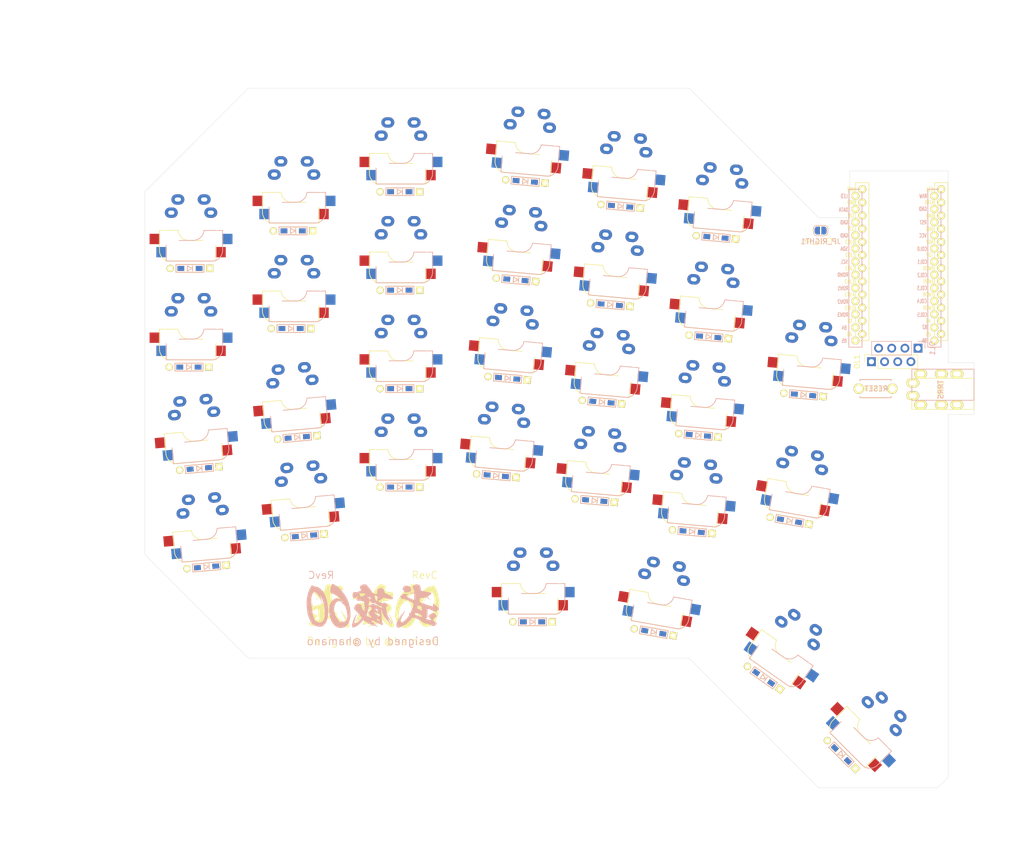
<source format=kicad_pcb>
(kicad_pcb (version 20171130) (host pcbnew 5.1.9)
  (title_block (title MUSASHI60) (rev A) (company "HAMANO Tsukasa"))
  (layers (0 F.Cu signal) (31 B.Cu signal) (34 B.Paste user) (35 F.Paste user) (36 B.SilkS user) (37 F.SilkS user) (38 B.Mask user) (39 F.Mask user) (44 Edge.Cuts user))
  (net 0 "")
  (net 1 B1)
  (net 2 "Net-(D_A3-Pad2)")
  (net 3 B3)
  (net 4 F6)
  (net 5 "Net-(D_B1-Pad2)")
  (net 6 "Net-(D_B2-Pad2)")
  (net 7 F7)
  (net 8 "Net-(D_B3-Pad2)")
  (net 9 "Net-(D_B4-Pad2)")
  (net 10 D1)
  (net 11 D0)
  (net 12 RST)
  (net 13 GND)
  (net 14 "Net-(U1-Pad24)")
  (net 15 VCC)
  (net 16 B2)
  (net 17 "Net-(D_B5-Pad2)")
  (net 18 "Net-(D_C1-Pad2)")
  (net 19 "Net-(D_C2-Pad2)")
  (net 20 "Net-(D_C4-Pad2)")
  (net 21 "Net-(D_C5-Pad2)")
  (net 22 D4)
  (net 23 "Net-(D_D1-Pad2)")
  (net 24 "Net-(D_D2-Pad2)")
  (net 25 "Net-(D_D3-Pad2)")
  (net 26 "Net-(D_D4-Pad2)")
  (net 27 "Net-(D_D5-Pad2)")
  (net 28 "Net-(D_E1-Pad2)")
  (net 29 "Net-(D_E2-Pad2)")
  (net 30 "Net-(D_E3-Pad2)")
  (net 31 "Net-(D_E4-Pad2)")
  (net 32 "Net-(D_F2-Pad2)")
  (net 33 "Net-(D_F3-Pad2)")
  (net 34 C6)
  (net 35 D7)
  (net 36 E6)
  (net 37 B4)
  (net 38 B5)
  (net 39 D2)
  (net 40 D3)
  (net 41 F4)
  (net 42 F5)
  (net 43 "Net-(J1-PadA)")
  (net 44 B6)
  (net 45 "Net-(D_A2-Pad2)")
  (net 46 "Net-(D_C3-Pad2)")
  (net 47 "Net-(D_A5-Pad2)")
  (net 48 "Net-(D_F4-Pad2)")
  (net 49 "Net-(D_F1-Pad2)")
  (net 50 "Net-(D_G2-Pad2)")
  (net 51 "Net-(D_G3-Pad2)")
  (net 52 "Net-(D_G4-Pad2)")
  (net 53 "Net-(D_G1-Pad2)")
  (module Connector_PinSocket_2.54mm:PinSocket_1x04_P2.54mm_Vertical (layer B.Cu) (at 174.2 73.2 90)
    (fp_text reference OL1 (at 0 2.77 270) (layer B.SilkS) (effects (justify mirror)))
    (fp_text value OLED)
    (pad 4 thru_hole oval (at 0 -7.62 90) (size 1.7 1.7) (drill 1) (layers *.Cu *.Mask) (net 13 GND))
    (pad 3 thru_hole oval (at 0 -5.08 90) (size 1.7 1.7) (drill 1) (layers *.Cu *.Mask) (net 15 VCC))
    (pad 2 thru_hole oval (at 0 -2.54 90) (size 1.7 1.7) (drill 1) (layers *.Cu *.Mask) (net 11 D0))
    (pad 1 thru_hole rect (at 0 0 90) (size 1.7 1.7) (drill 1) (layers *.Cu *.Mask) (net 10 D1))
  )
  (module local:CherryMX_Direct_Hotswap_Reversible (layer F.Cu) (at 153.4 74 175)
    (fp_text reference SW_A2 hide)
    (fp_text value SW_PUSH hide)
    (pad 2 thru_hole oval (at 2.54 5.08 355) (size 2.5 2) (drill oval 1.2 0.8) (layers *.Cu *.Mask) (net 45 "Net-(D_A2-Pad2)"))
    (pad 2 thru_hole oval (at 3.81 2.54 355) (size 2.5 2) (drill oval 1.2 0.8) (layers *.Cu *.Mask) (net 45 "Net-(D_A2-Pad2)"))
    (pad 1 thru_hole oval (at -2.54 5.08 355) (size 2.5 2) (drill oval 1.2 0.8) (layers *.Cu *.Mask) (net 41 F4))
    (pad 1 thru_hole oval (at -3.81 2.54 355) (size 2.5 2) (drill oval 1.2 0.8) (layers *.Cu *.Mask) (net 41 F4))
    (pad 1 smd rect (at -5.7 -5.08 355) (size 2 2) (layers F.Cu F.Paste F.Mask) (net 41 F4))
    (pad "" np_thru_hole circle (at 3.81 -2.54 355) (size 3 3) (drill 3) (layers *.Cu *.Mask) (clearance 0.25))
    (pad "" np_thru_hole circle (at -2.54 -5.08 355) (size 3 3) (drill 3) (layers *.Cu *.Mask) (clearance 0.3))
    (pad 2 smd rect (at 7 -2.54 355) (size 2 2) (layers F.Cu F.Paste F.Mask) (net 45 "Net-(D_A2-Pad2)"))
    (pad 1 smd rect (at -7 -2.54 355) (size 2 2) (layers B.Cu B.Paste B.Mask) (net 41 F4))
    (pad "" np_thru_hole circle (at 2.54 -5.08 355) (size 3 3) (drill 3) (layers *.Cu *.Mask) (clearance 0.3))
    (pad "" np_thru_hole circle (at 0 0 85) (size 3.988 3.988) (drill 3.988) (layers *.Cu *.Mask) (clearance 0.25))
    (pad "" np_thru_hole circle (at -5.08 0 355) (size 1.702 1.702) (drill 1.702) (layers *.Cu *.Mask) (clearance 0.3))
    (pad "" np_thru_hole circle (at 5.08 0 355) (size 1.702 1.702) (drill 1.702) (layers *.Cu *.Mask) (clearance 0.3))
    (pad "" np_thru_hole circle (at -3.81 -2.54 355) (size 3 3) (drill 3) (layers *.Cu *.Mask) (clearance 0.25))
    (pad 2 smd rect (at 5.7 -5.08 355) (size 2 2) (layers B.Cu B.Paste B.Mask) (net 45 "Net-(D_A2-Pad2)"))
  )
  (module foostan:D3_TH_SMD (layer F.Cu) (at 149.4 106.5 170)
    (fp_text reference D_A3 hide)
    (fp_text value D hide)
    (pad 2 smd rect (at 1.775 0 170) (size 1.3 0.95) (layers F.Cu F.Paste F.Mask) (net 2 "Net-(D_A3-Pad2)"))
    (pad 2 thru_hole circle (at 3.81 0 170) (size 1.397 1.397) (drill 0.8128) (layers *.Cu *.Mask F.SilkS) (net 2 "Net-(D_A3-Pad2)"))
    (pad 1 thru_hole rect (at -3.81 0 170) (size 1.397 1.397) (drill 0.8128) (layers *.Cu *.Mask F.SilkS) (net 35 D7))
    (pad 1 smd rect (at -1.775 0 170) (size 1.3 0.95) (layers B.Cu B.Paste B.Mask) (net 35 D7))
    (pad 2 smd rect (at 1.775 0 170) (size 1.3 0.95) (layers B.Cu B.Paste B.Mask) (net 2 "Net-(D_A3-Pad2)"))
    (pad 1 smd rect (at -1.775 0 170) (size 1.3 0.95) (layers F.Cu F.Paste F.Mask) (net 35 D7))
  )
  (module foostan:D3_TH_SMD (layer F.Cu) (at 152.1 82.2 175)
    (fp_text reference D_A2 hide)
    (fp_text value D hide)
    (pad 2 smd rect (at 1.775 0 175) (size 1.3 0.95) (layers F.Cu F.Paste F.Mask) (net 45 "Net-(D_A2-Pad2)"))
    (pad 2 thru_hole circle (at 3.81 0 175) (size 1.397 1.397) (drill 0.8128) (layers *.Cu *.Mask F.SilkS) (net 45 "Net-(D_A2-Pad2)"))
    (pad 1 thru_hole rect (at -3.81 0 175) (size 1.397 1.397) (drill 0.8128) (layers *.Cu *.Mask F.SilkS) (net 34 C6))
    (pad 1 smd rect (at -1.775 0 175) (size 1.3 0.95) (layers B.Cu B.Paste B.Mask) (net 34 C6))
    (pad 2 smd rect (at 1.775 0 175) (size 1.3 0.95) (layers B.Cu B.Paste B.Mask) (net 45 "Net-(D_A2-Pad2)"))
    (pad 1 smd rect (at -1.775 0 175) (size 1.3 0.95) (layers F.Cu F.Paste F.Mask) (net 34 C6))
  )
  (module local:musashi60-silk-384 (layer B.Cu) (at 69 123 180)
    (fp_text reference G_LOGO_B hide)
    (fp_text value LOGO hide)
  )
  (module local:musashi60-silk-384 (layer F.Cu) (at 69 123)
    (fp_text reference G_LOGO_F hide)
    (fp_text value LOGO hide)
  )
  (module foostan:MJ-4PP-9 (layer F.Cu) (at 185 82 270)
    (fp_text reference J1)
    (fp_text value MJ-4PP-9 hide)
    (fp_text user TRRS (at -0.75 6.45 90) (layer F.SilkS))
    (fp_text user TRRS (at -0.8255 6.4135 90) (layer B.SilkS) (effects (justify mirror)))
    (pad A thru_hole oval (at -2.1 11.8 270) (size 1.7 2.5) (drill oval 1 1.5) (layers *.Cu *.Mask F.SilkS) (net 43 "Net-(J1-PadA)") (clearance 0.15))
    (pad D thru_hole oval (at 2.1 10.3 270) (size 1.7 2.5) (drill oval 1 1.5) (layers *.Cu *.Mask F.SilkS) (net 15 VCC) (clearance 0.15))
    (pad C thru_hole oval (at 2.1 6.3 270) (size 1.7 2.5) (drill oval 1 1.5) (layers *.Cu *.Mask F.SilkS) (net 13 GND))
    (pad B thru_hole oval (at 2.1 3.3 270) (size 1.7 2.5) (drill oval 1 1.5) (layers *.Cu *.Mask F.SilkS) (net 39 D2))
    (pad "" np_thru_hole circle (at 0 8.5 270) (size 1.2 1.2) (drill 1.2) (layers *.Cu *.Mask F.SilkS))
    (pad "" np_thru_hole circle (at 0 1.5 270) (size 1.2 1.2) (drill 1.2) (layers *.Cu *.Mask F.SilkS))
    (pad C thru_hole oval (at -3.85 6.3 270) (size 1.7 2.5) (drill oval 1 1.5) (layers *.Cu *.Mask F.SilkS) (net 13 GND))
    (pad B thru_hole oval (at -3.85 3.3 270) (size 1.7 2.5) (drill oval 1 1.5) (layers *.Cu *.Mask F.SilkS) (net 39 D2))
    (pad A thru_hole oval (at 0.35 11.8 270) (size 1.7 2.5) (drill oval 1 1.5) (layers *.Cu *.Mask F.SilkS) (net 43 "Net-(J1-PadA)") (clearance 0.15))
    (pad D thru_hole oval (at -3.85 10.3 270) (size 1.7 2.5) (drill oval 1 1.5) (layers *.Cu *.Mask F.SilkS) (net 15 VCC) (clearance 0.15))
    (pad "" np_thru_hole circle (at -1.75 1.5 270) (size 1.2 1.2) (drill 1.2) (layers *.Cu *.Mask F.SilkS))
    (pad "" np_thru_hole circle (at -1.75 8.5 270) (size 1.2 1.2) (drill 1.2) (layers *.Cu *.Mask F.SilkS))
  )
  (module foostan:D3_TH_SMD (layer F.Cu) (at 116.8 45.8 175)
    (fp_text reference D_C1 hide)
    (fp_text value D hide)
    (pad 2 smd rect (at 1.775 0 175) (size 1.3 0.95) (layers F.Cu F.Paste F.Mask) (net 18 "Net-(D_C1-Pad2)"))
    (pad 2 thru_hole circle (at 3.81 0 175) (size 1.397 1.397) (drill 0.8128) (layers *.Cu *.Mask F.SilkS) (net 18 "Net-(D_C1-Pad2)"))
    (pad 1 thru_hole rect (at -3.81 0 175) (size 1.397 1.397) (drill 0.8128) (layers *.Cu *.Mask F.SilkS) (net 22 D4))
    (pad 1 smd rect (at -1.775 0 175) (size 1.3 0.95) (layers B.Cu B.Paste B.Mask) (net 22 D4))
    (pad 2 smd rect (at 1.775 0 175) (size 1.3 0.95) (layers B.Cu B.Paste B.Mask) (net 18 "Net-(D_C1-Pad2)"))
    (pad 1 smd rect (at -1.775 0 175) (size 1.3 0.95) (layers F.Cu F.Paste F.Mask) (net 22 D4))
  )
  (module foostan:D3_TH_SMD (layer F.Cu) (at 135.2 51.8 175)
    (fp_text reference D_B1 hide)
    (fp_text value D hide)
    (pad 2 smd rect (at 1.775 0 175) (size 1.3 0.95) (layers F.Cu F.Paste F.Mask) (net 5 "Net-(D_B1-Pad2)"))
    (pad 2 thru_hole circle (at 3.81 0 175) (size 1.397 1.397) (drill 0.8128) (layers *.Cu *.Mask F.SilkS) (net 5 "Net-(D_B1-Pad2)"))
    (pad 1 thru_hole rect (at -3.81 0 175) (size 1.397 1.397) (drill 0.8128) (layers *.Cu *.Mask F.SilkS) (net 22 D4))
    (pad 1 smd rect (at -1.775 0 175) (size 1.3 0.95) (layers B.Cu B.Paste B.Mask) (net 22 D4))
    (pad 2 smd rect (at 1.775 0 175) (size 1.3 0.95) (layers B.Cu B.Paste B.Mask) (net 5 "Net-(D_B1-Pad2)"))
    (pad 1 smd rect (at -1.775 0 175) (size 1.3 0.95) (layers F.Cu F.Paste F.Mask) (net 22 D4))
  )
  (module foostan:D3_TH_SMD (layer F.Cu) (at 133.8 71 175)
    (fp_text reference D_B2 hide)
    (fp_text value D hide)
    (pad 2 smd rect (at 1.775 0 175) (size 1.3 0.95) (layers F.Cu F.Paste F.Mask) (net 6 "Net-(D_B2-Pad2)"))
    (pad 2 thru_hole circle (at 3.81 0 175) (size 1.397 1.397) (drill 0.8128) (layers *.Cu *.Mask F.SilkS) (net 6 "Net-(D_B2-Pad2)"))
    (pad 1 thru_hole rect (at -3.81 0 175) (size 1.397 1.397) (drill 0.8128) (layers *.Cu *.Mask F.SilkS) (net 34 C6))
    (pad 1 smd rect (at -1.775 0 175) (size 1.3 0.95) (layers B.Cu B.Paste B.Mask) (net 34 C6))
    (pad 2 smd rect (at 1.775 0 175) (size 1.3 0.95) (layers B.Cu B.Paste B.Mask) (net 6 "Net-(D_B2-Pad2)"))
    (pad 1 smd rect (at -1.775 0 175) (size 1.3 0.95) (layers F.Cu F.Paste F.Mask) (net 34 C6))
  )
  (module foostan:D3_TH_SMD (layer F.Cu) (at 131.8 90 175)
    (fp_text reference D_B3 hide)
    (fp_text value D hide)
    (pad 2 smd rect (at 1.775 0 175) (size 1.3 0.95) (layers F.Cu F.Paste F.Mask) (net 8 "Net-(D_B3-Pad2)"))
    (pad 2 thru_hole circle (at 3.81 0 175) (size 1.397 1.397) (drill 0.8128) (layers *.Cu *.Mask F.SilkS) (net 8 "Net-(D_B3-Pad2)"))
    (pad 1 thru_hole rect (at -3.81 0 175) (size 1.397 1.397) (drill 0.8128) (layers *.Cu *.Mask F.SilkS) (net 35 D7))
    (pad 1 smd rect (at -1.775 0 175) (size 1.3 0.95) (layers B.Cu B.Paste B.Mask) (net 35 D7))
    (pad 2 smd rect (at 1.775 0 175) (size 1.3 0.95) (layers B.Cu B.Paste B.Mask) (net 8 "Net-(D_B3-Pad2)"))
    (pad 1 smd rect (at -1.775 0 175) (size 1.3 0.95) (layers F.Cu F.Paste F.Mask) (net 35 D7))
  )
  (module foostan:D3_TH_SMD (layer F.Cu) (at 130.6 108.6 175)
    (fp_text reference D_B4 hide)
    (fp_text value D hide)
    (pad 2 smd rect (at 1.775 0 175) (size 1.3 0.95) (layers F.Cu F.Paste F.Mask) (net 9 "Net-(D_B4-Pad2)"))
    (pad 2 thru_hole circle (at 3.81 0 175) (size 1.397 1.397) (drill 0.8128) (layers *.Cu *.Mask F.SilkS) (net 9 "Net-(D_B4-Pad2)"))
    (pad 1 thru_hole rect (at -3.81 0 175) (size 1.397 1.397) (drill 0.8128) (layers *.Cu *.Mask F.SilkS) (net 36 E6))
    (pad 1 smd rect (at -1.775 0 175) (size 1.3 0.95) (layers B.Cu B.Paste B.Mask) (net 36 E6))
    (pad 2 smd rect (at 1.775 0 175) (size 1.3 0.95) (layers B.Cu B.Paste B.Mask) (net 9 "Net-(D_B4-Pad2)"))
    (pad 1 smd rect (at -1.775 0 175) (size 1.3 0.95) (layers F.Cu F.Paste F.Mask) (net 36 E6))
  )
  (module foostan:ResetSW (layer F.Cu) (at 166 81)
    (fp_text reference SW_RST1 hide)
    (fp_text value SW_PUSH)
    (fp_text user RESET (at 0 0) (layer F.SilkS))
    (fp_text user RESET (at 0.127 0) (layer B.SilkS) (effects (justify mirror)))
    (pad 2 thru_hole circle (at -3.25 0) (size 2 2) (drill 1.3) (layers *.Cu *.Mask F.SilkS) (net 12 RST))
    (pad 1 thru_hole circle (at 3.25 0) (size 2 2) (drill 1.3) (layers *.Cu *.Mask F.SilkS) (net 13 GND))
  )
  (module foostan:ProMicro_v2 (layer F.Cu) (at 171 57)
    (fp_text reference U1 hide)
    (fp_text value ProMicro_r hide)
    (fp_text user "" (at -0.5 -17.25) (layer F.SilkS))
    (fp_text user "" (at -1.2065 -16.256) (layer B.SilkS) (effects (justify mirror)))
    (fp_text user RAW (at -9.7155 -14.478) (layer F.SilkS) (effects (font (size 0.75 0.5) (thickness 0.125))))
    (fp_text user LED (at 5.5 -14.478) (layer F.SilkS) (effects (font (size 0.75 0.5) (thickness 0.125))))
    (fp_text user GND (at -9.7155 -11.938) (layer F.SilkS) (effects (font (size 0.75 0.5) (thickness 0.125))))
    (fp_text user DATA (at 5.35 -11.95) (layer F.SilkS) (effects (font (size 0.75 0.5) (thickness 0.125))))
    (fp_text user RST (at -9.7155 -9.3345) (layer F.SilkS) (effects (font (size 0.75 0.5) (thickness 0.125))))
    (fp_text user GND (at 5.5245 -9.3345) (layer F.SilkS) (effects (font (size 0.75 0.5) (thickness 0.125))))
    (fp_text user VCC (at -9.7155 -6.858) (layer F.SilkS) (effects (font (size 0.75 0.5) (thickness 0.125))))
    (fp_text user GND (at 5.461 -6.7945) (layer F.SilkS) (effects (font (size 0.75 0.5) (thickness 0.125))))
    (fp_text user COL3 (at -10 3.35) (layer F.SilkS) (effects (font (size 0.75 0.5) (thickness 0.125))))
    (fp_text user ROW0 (at 5.2 0.8) (layer F.SilkS) (effects (font (size 0.75 0.5) (thickness 0.125))))
    (fp_text user COL2 (at -9.9 0.762) (layer F.SilkS) (effects (font (size 0.75 0.5) (thickness 0.125))))
    (fp_text user SCL (at 5.461 -1.778) (layer F.SilkS) (effects (font (size 0.75 0.5) (thickness 0.125))))
    (fp_text user COL1 (at -9.85 -1.778) (layer F.SilkS) (effects (font (size 0.75 0.5) (thickness 0.125))))
    (fp_text user SDA (at 5.461 -4.318) (layer F.SilkS) (effects (font (size 0.75 0.5) (thickness 0.125))))
    (fp_text user COL0 (at -9.9 -4.3) (layer F.SilkS) (effects (font (size 0.75 0.5) (thickness 0.125))))
    (fp_text user B6 (at -10.05 13.5) (layer F.SilkS) (effects (font (size 0.75 0.5) (thickness 0.125))))
    (fp_text user B5 (at 5.2 13.5255) (layer F.SilkS) (effects (font (size 0.75 0.5) (thickness 0.125))))
    (fp_text user B4 (at 5.2 10.922) (layer F.SilkS) (effects (font (size 0.75 0.5) (thickness 0.125))))
    (fp_text user B2 (at -9.95 10.95) (layer F.SilkS) (effects (font (size 0.75 0.5) (thickness 0.125))))
    (fp_text user ROW3 (at 5.2 8.4455) (layer F.SilkS) (effects (font (size 0.75 0.5) (thickness 0.125))))
    (fp_text user COL5 (at -9.95 8.4455) (layer F.SilkS) (effects (font (size 0.75 0.5) (thickness 0.125))))
    (fp_text user ROW2 (at 5.2 5.85) (layer F.SilkS) (effects (font (size 0.75 0.5) (thickness 0.125))))
    (fp_text user COL4 (at -9.95 5.85) (layer F.SilkS) (effects (font (size 0.75 0.5) (thickness 0.125))))
    (fp_text user ROW1 (at 5.25 3.302) (layer F.SilkS) (effects (font (size 0.75 0.5) (thickness 0.125))))
    (fp_text user ROW1 (at -11.3 4.6355) (layer B.SilkS) (effects (font (size 0.75 0.5) (thickness 0.125)) (justify mirror)))
    (fp_text user COL4 (at 3.95 7.112) (layer B.SilkS) (effects (font (size 0.75 0.5) (thickness 0.125)) (justify mirror)))
    (fp_text user ROW2 (at -11.3 7.239) (layer B.SilkS) (effects (font (size 0.75 0.5) (thickness 0.125)) (justify mirror)))
    (fp_text user COL5 (at 4 9.75) (layer B.SilkS) (effects (font (size 0.75 0.5) (thickness 0.125)) (justify mirror)))
    (fp_text user ROW3 (at -11.3 9.75) (layer B.SilkS) (effects (font (size 0.75 0.5) (thickness 0.125)) (justify mirror)))
    (fp_text user B2 (at 4.5085 12.1285) (layer B.SilkS) (effects (font (size 0.75 0.5) (thickness 0.125)) (justify mirror)))
    (fp_text user B4 (at -11.049 12.2555) (layer B.SilkS) (effects (font (size 0.75 0.5) (thickness 0.125)) (justify mirror)))
    (fp_text user B5 (at -11.049 14.7955) (layer B.SilkS) (effects (font (size 0.75 0.5) (thickness 0.125)) (justify mirror)))
    (fp_text user B6 (at 4.445 14.732) (layer B.SilkS) (effects (font (size 0.75 0.5) (thickness 0.125)) (justify mirror)))
    (fp_text user COL0 (at 4 -2.95) (layer B.SilkS) (effects (font (size 0.75 0.5) (thickness 0.125)) (justify mirror)))
    (fp_text user SDA (at -11.049 -2.9845) (layer B.SilkS) (effects (font (size 0.75 0.5) (thickness 0.125)) (justify mirror)))
    (fp_text user COL1 (at 4 -0.4445) (layer B.SilkS) (effects (font (size 0.75 0.5) (thickness 0.125)) (justify mirror)))
    (fp_text user SCL (at -11.049 -0.4445) (layer B.SilkS) (effects (font (size 0.75 0.5) (thickness 0.125)) (justify mirror)))
    (fp_text user COL2 (at 4 2.1) (layer B.SilkS) (effects (font (size 0.75 0.5) (thickness 0.125)) (justify mirror)))
    (fp_text user ROW0 (at -11.3 2.032) (layer B.SilkS) (effects (font (size 0.75 0.5) (thickness 0.125)) (justify mirror)))
    (fp_text user COL3 (at 4 4.6) (layer B.SilkS) (effects (font (size 0.75 0.5) (thickness 0.125)) (justify mirror)))
    (fp_text user GND (at -11.049 -5.5245) (layer B.SilkS) (effects (font (size 0.75 0.5) (thickness 0.125)) (justify mirror)))
    (fp_text user VCC (at 4.1275 -5.5245) (layer B.SilkS) (effects (font (size 0.75 0.5) (thickness 0.125)) (justify mirror)))
    (fp_text user GND (at -11.049 -8.0645) (layer B.SilkS) (effects (font (size 0.75 0.5) (thickness 0.125)) (justify mirror)))
    (fp_text user RST (at 4.191 -8.0645) (layer B.SilkS) (effects (font (size 0.75 0.5) (thickness 0.125)) (justify mirror)))
    (fp_text user DATA (at -11.2 -10.5) (layer B.SilkS) (effects (font (size 0.75 0.5) (thickness 0.125)) (justify mirror)))
    (fp_text user GND (at 4.1275 -10.668) (layer B.SilkS) (effects (font (size 0.75 0.5) (thickness 0.125)) (justify mirror)))
    (fp_text user LED (at -11.049 -13.1445) (layer B.SilkS) (effects (font (size 0.75 0.5) (thickness 0.125)) (justify mirror)))
    (fp_text user RAW (at 4.191 -13.1445) (layer B.SilkS) (effects (font (size 0.75 0.5) (thickness 0.125)) (justify mirror)))
    (pad 24 thru_hole circle (at 6.35 -13.208) (size 1.524 1.524) (drill 0.8128) (layers *.Cu *.Mask F.SilkS) (net 14 "Net-(U1-Pad24)"))
    (pad 23 thru_hole circle (at 6.35 -10.668) (size 1.524 1.524) (drill 0.8128) (layers *.Cu *.Mask F.SilkS) (net 13 GND))
    (pad 22 thru_hole circle (at 6.35 -8.128) (size 1.524 1.524) (drill 0.8128) (layers *.Cu *.Mask F.SilkS) (net 12 RST))
    (pad 21 thru_hole circle (at 6.35 -5.588) (size 1.524 1.524) (drill 0.8128) (layers *.Cu *.Mask F.SilkS) (net 15 VCC))
    (pad 20 thru_hole circle (at 6.35 -3.048) (size 1.524 1.524) (drill 0.8128) (layers *.Cu *.Mask F.SilkS) (net 41 F4))
    (pad 19 thru_hole circle (at 6.35 -0.508) (size 1.524 1.524) (drill 0.8128) (layers *.Cu *.Mask F.SilkS) (net 42 F5))
    (pad 18 thru_hole circle (at 6.35 2.032) (size 1.524 1.524) (drill 0.8128) (layers *.Cu *.Mask F.SilkS) (net 4 F6))
    (pad 17 thru_hole circle (at 6.35 4.572) (size 1.524 1.524) (drill 0.8128) (layers *.Cu *.Mask F.SilkS) (net 7 F7))
    (pad 16 thru_hole circle (at 6.35 7.112) (size 1.524 1.524) (drill 0.8128) (layers *.Cu *.Mask F.SilkS) (net 1 B1))
    (pad 15 thru_hole circle (at 6.35 9.652) (size 1.524 1.524) (drill 0.8128) (layers *.Cu *.Mask F.SilkS) (net 3 B3))
    (pad 14 thru_hole circle (at 6.35 12.192) (size 1.524 1.524) (drill 0.8128) (layers *.Cu *.Mask F.SilkS) (net 16 B2))
    (pad 13 thru_hole circle (at 6.35 14.732) (size 1.524 1.524) (drill 0.8128) (layers *.Cu *.Mask F.SilkS) (net 44 B6))
    (pad 12 thru_hole circle (at -8.89 14.732) (size 1.524 1.524) (drill 0.8128) (layers *.Cu *.Mask F.SilkS) (net 38 B5))
    (pad 11 thru_hole circle (at -8.89 12.192) (size 1.524 1.524) (drill 0.8128) (layers *.Cu *.Mask F.SilkS) (net 37 B4))
    (pad 10 thru_hole circle (at -8.89 9.652) (size 1.524 1.524) (drill 0.8128) (layers *.Cu *.Mask F.SilkS) (net 36 E6))
    (pad 9 thru_hole circle (at -8.89 7.112) (size 1.524 1.524) (drill 0.8128) (layers *.Cu *.Mask F.SilkS) (net 35 D7))
    (pad 8 thru_hole circle (at -8.89 4.572) (size 1.524 1.524) (drill 0.8128) (layers *.Cu *.Mask F.SilkS) (net 34 C6))
    (pad 7 thru_hole circle (at -8.89 2.032) (size 1.524 1.524) (drill 0.8128) (layers *.Cu *.Mask F.SilkS) (net 22 D4))
    (pad 6 thru_hole circle (at -8.89 -0.508) (size 1.524 1.524) (drill 0.8128) (layers *.Cu *.Mask F.SilkS) (net 11 D0))
    (pad 5 thru_hole circle (at -8.89 -3.048) (size 1.524 1.524) (drill 0.8128) (layers *.Cu *.Mask F.SilkS) (net 10 D1))
    (pad 4 thru_hole circle (at -8.89 -5.588) (size 1.524 1.524) (drill 0.8128) (layers *.Cu *.Mask F.SilkS) (net 13 GND))
    (pad 3 thru_hole circle (at -8.89 -8.128) (size 1.524 1.524) (drill 0.8128) (layers *.Cu *.Mask F.SilkS) (net 13 GND))
    (pad 2 thru_hole circle (at -8.89 -10.668) (size 1.524 1.524) (drill 0.8128) (layers *.Cu *.Mask F.SilkS) (net 39 D2))
    (pad 1 thru_hole circle (at -8.89 -13.208) (size 1.524 1.524) (drill 0.8128) (layers *.Cu *.Mask F.SilkS) (net 40 D3))
    (pad 1 thru_hole circle (at 7.6564 -14.478) (size 1.524 1.524) (drill 0.8128) (layers *.Cu *.Mask F.SilkS) (net 40 D3))
    (pad 2 thru_hole circle (at 7.6564 -11.938) (size 1.524 1.524) (drill 0.8128) (layers *.Cu *.Mask F.SilkS) (net 39 D2))
    (pad 3 thru_hole circle (at 7.6564 -9.398) (size 1.524 1.524) (drill 0.8128) (layers *.Cu *.Mask F.SilkS) (net 13 GND))
    (pad 4 thru_hole circle (at 7.6564 -6.858) (size 1.524 1.524) (drill 0.8128) (layers *.Cu *.Mask F.SilkS) (net 13 GND))
    (pad 5 thru_hole circle (at 7.6564 -4.318) (size 1.524 1.524) (drill 0.8128) (layers *.Cu *.Mask F.SilkS) (net 10 D1))
    (pad 6 thru_hole circle (at 7.6564 -1.778) (size 1.524 1.524) (drill 0.8128) (layers *.Cu *.Mask F.SilkS) (net 11 D0))
    (pad 7 thru_hole circle (at 7.6564 0.762) (size 1.524 1.524) (drill 0.8128) (layers *.Cu *.Mask F.SilkS) (net 22 D4))
    (pad 8 thru_hole circle (at 7.6564 3.302) (size 1.524 1.524) (drill 0.8128) (layers *.Cu *.Mask F.SilkS) (net 34 C6))
    (pad 9 thru_hole circle (at 7.6564 5.842) (size 1.524 1.524) (drill 0.8128) (layers *.Cu *.Mask F.SilkS) (net 35 D7))
    (pad 10 thru_hole circle (at 7.6564 8.382) (size 1.524 1.524) (drill 0.8128) (layers *.Cu *.Mask F.SilkS) (net 36 E6))
    (pad 11 thru_hole circle (at 7.6564 10.922) (size 1.524 1.524) (drill 0.8128) (layers *.Cu *.Mask F.SilkS) (net 37 B4))
    (pad 12 thru_hole circle (at 7.6564 13.462) (size 1.524 1.524) (drill 0.8128) (layers *.Cu *.Mask F.SilkS) (net 38 B5))
    (pad 13 thru_hole circle (at -7.5636 13.462) (size 1.524 1.524) (drill 0.8128) (layers *.Cu *.Mask F.SilkS) (net 44 B6))
    (pad 14 thru_hole circle (at -7.5636 10.922) (size 1.524 1.524) (drill 0.8128) (layers *.Cu *.Mask F.SilkS) (net 16 B2))
    (pad 15 thru_hole circle (at -7.5636 8.382) (size 1.524 1.524) (drill 0.8128) (layers *.Cu *.Mask F.SilkS) (net 3 B3))
    (pad 16 thru_hole circle (at -7.5636 5.842) (size 1.524 1.524) (drill 0.8128) (layers *.Cu *.Mask F.SilkS) (net 1 B1))
    (pad 17 thru_hole circle (at -7.5636 3.302) (size 1.524 1.524) (drill 0.8128) (layers *.Cu *.Mask F.SilkS) (net 7 F7))
    (pad 18 thru_hole circle (at -7.5636 0.762) (size 1.524 1.524) (drill 0.8128) (layers *.Cu *.Mask F.SilkS) (net 4 F6))
    (pad 19 thru_hole circle (at -7.5636 -1.778) (size 1.524 1.524) (drill 0.8128) (layers *.Cu *.Mask F.SilkS) (net 42 F5))
    (pad 20 thru_hole circle (at -7.5636 -4.318) (size 1.524 1.524) (drill 0.8128) (layers *.Cu *.Mask F.SilkS) (net 41 F4))
    (pad 21 thru_hole circle (at -7.5636 -6.858) (size 1.524 1.524) (drill 0.8128) (layers *.Cu *.Mask F.SilkS) (net 15 VCC))
    (pad 22 thru_hole circle (at -7.5636 -9.398) (size 1.524 1.524) (drill 0.8128) (layers *.Cu *.Mask F.SilkS) (net 12 RST))
    (pad 23 thru_hole circle (at -7.5636 -11.938) (size 1.524 1.524) (drill 0.8128) (layers *.Cu *.Mask F.SilkS) (net 13 GND))
    (pad 24 thru_hole circle (at -7.5636 -14.478) (size 1.524 1.524) (drill 0.8128) (layers *.Cu *.Mask F.SilkS) (net 14 "Net-(U1-Pad24)"))
  )
  (module foostan:D3_TH_SMD (layer F.Cu) (at 159.4 151.6 135)
    (fp_text reference D_A5 hide)
    (fp_text value D hide)
    (pad 2 smd rect (at 1.775 0 135) (size 1.3 0.95) (layers F.Cu F.Paste F.Mask) (net 47 "Net-(D_A5-Pad2)"))
    (pad 2 thru_hole circle (at 3.81 0 135) (size 1.397 1.397) (drill 0.8128) (layers *.Cu *.Mask F.SilkS) (net 47 "Net-(D_A5-Pad2)"))
    (pad 1 thru_hole rect (at -3.81 0 135) (size 1.397 1.397) (drill 0.8128) (layers *.Cu *.Mask F.SilkS) (net 37 B4))
    (pad 1 smd rect (at -1.775 0 135) (size 1.3 0.95) (layers B.Cu B.Paste B.Mask) (net 37 B4))
    (pad 2 smd rect (at 1.775 0 135) (size 1.3 0.95) (layers B.Cu B.Paste B.Mask) (net 47 "Net-(D_A5-Pad2)"))
    (pad 1 smd rect (at -1.775 0 135) (size 1.3 0.95) (layers F.Cu F.Paste F.Mask) (net 37 B4))
  )
  (module foostan:D3_TH_SMD (layer F.Cu) (at 144.4 136.8 145)
    (fp_text reference D_B5 hide)
    (fp_text value D hide)
    (pad 2 smd rect (at 1.775 0 145) (size 1.3 0.95) (layers F.Cu F.Paste F.Mask) (net 17 "Net-(D_B5-Pad2)"))
    (pad 2 thru_hole circle (at 3.81 0 145) (size 1.397 1.397) (drill 0.8128) (layers *.Cu *.Mask F.SilkS) (net 17 "Net-(D_B5-Pad2)"))
    (pad 1 thru_hole rect (at -3.81 0 145) (size 1.397 1.397) (drill 0.8128) (layers *.Cu *.Mask F.SilkS) (net 37 B4))
    (pad 1 smd rect (at -1.775 0 145) (size 1.3 0.95) (layers B.Cu B.Paste B.Mask) (net 37 B4))
    (pad 2 smd rect (at 1.775 0 145) (size 1.3 0.95) (layers B.Cu B.Paste B.Mask) (net 17 "Net-(D_B5-Pad2)"))
    (pad 1 smd rect (at -1.775 0 145) (size 1.3 0.95) (layers F.Cu F.Paste F.Mask) (net 37 B4))
  )
  (module foostan:D3_TH_SMD (layer F.Cu) (at 114.8 64.8 175)
    (fp_text reference D_C2 hide)
    (fp_text value D hide)
    (pad 2 smd rect (at 1.775 0 175) (size 1.3 0.95) (layers F.Cu F.Paste F.Mask) (net 19 "Net-(D_C2-Pad2)"))
    (pad 2 thru_hole circle (at 3.81 0 175) (size 1.397 1.397) (drill 0.8128) (layers *.Cu *.Mask F.SilkS) (net 19 "Net-(D_C2-Pad2)"))
    (pad 1 thru_hole rect (at -3.81 0 175) (size 1.397 1.397) (drill 0.8128) (layers *.Cu *.Mask F.SilkS) (net 34 C6))
    (pad 1 smd rect (at -1.775 0 175) (size 1.3 0.95) (layers B.Cu B.Paste B.Mask) (net 34 C6))
    (pad 2 smd rect (at 1.775 0 175) (size 1.3 0.95) (layers B.Cu B.Paste B.Mask) (net 19 "Net-(D_C2-Pad2)"))
    (pad 1 smd rect (at -1.775 0 175) (size 1.3 0.95) (layers F.Cu F.Paste F.Mask) (net 34 C6))
  )
  (module foostan:D3_TH_SMD (layer F.Cu) (at 113.2 83.6 175)
    (fp_text reference D_C3 hide)
    (fp_text value D hide)
    (pad 2 smd rect (at 1.775 0 175) (size 1.3 0.95) (layers F.Cu F.Paste F.Mask) (net 46 "Net-(D_C3-Pad2)"))
    (pad 2 thru_hole circle (at 3.81 0 175) (size 1.397 1.397) (drill 0.8128) (layers *.Cu *.Mask F.SilkS) (net 46 "Net-(D_C3-Pad2)"))
    (pad 1 thru_hole rect (at -3.81 0 175) (size 1.397 1.397) (drill 0.8128) (layers *.Cu *.Mask F.SilkS) (net 35 D7))
    (pad 1 smd rect (at -1.775 0 175) (size 1.3 0.95) (layers B.Cu B.Paste B.Mask) (net 35 D7))
    (pad 2 smd rect (at 1.775 0 175) (size 1.3 0.95) (layers B.Cu B.Paste B.Mask) (net 46 "Net-(D_C3-Pad2)"))
    (pad 1 smd rect (at -1.775 0 175) (size 1.3 0.95) (layers F.Cu F.Paste F.Mask) (net 35 D7))
  )
  (module foostan:D3_TH_SMD (layer F.Cu) (at 111.8 102.6 175)
    (fp_text reference D_C4 hide)
    (fp_text value D hide)
    (pad 2 smd rect (at 1.775 0 175) (size 1.3 0.95) (layers F.Cu F.Paste F.Mask) (net 20 "Net-(D_C4-Pad2)"))
    (pad 2 thru_hole circle (at 3.81 0 175) (size 1.397 1.397) (drill 0.8128) (layers *.Cu *.Mask F.SilkS) (net 20 "Net-(D_C4-Pad2)"))
    (pad 1 thru_hole rect (at -3.81 0 175) (size 1.397 1.397) (drill 0.8128) (layers *.Cu *.Mask F.SilkS) (net 36 E6))
    (pad 1 smd rect (at -1.775 0 175) (size 1.3 0.95) (layers B.Cu B.Paste B.Mask) (net 36 E6))
    (pad 2 smd rect (at 1.775 0 175) (size 1.3 0.95) (layers B.Cu B.Paste B.Mask) (net 20 "Net-(D_C4-Pad2)"))
    (pad 1 smd rect (at -1.775 0 175) (size 1.3 0.95) (layers F.Cu F.Paste F.Mask) (net 36 E6))
  )
  (module foostan:D3_TH_SMD (layer F.Cu) (at 123.2 128 170)
    (fp_text reference D_C5 hide)
    (fp_text value D hide)
    (pad 2 smd rect (at 1.775 0 170) (size 1.3 0.95) (layers F.Cu F.Paste F.Mask) (net 21 "Net-(D_C5-Pad2)"))
    (pad 2 thru_hole circle (at 3.81 0 170) (size 1.397 1.397) (drill 0.8128) (layers *.Cu *.Mask F.SilkS) (net 21 "Net-(D_C5-Pad2)"))
    (pad 1 thru_hole rect (at -3.81 0 170) (size 1.397 1.397) (drill 0.8128) (layers *.Cu *.Mask F.SilkS) (net 37 B4))
    (pad 1 smd rect (at -1.775 0 170) (size 1.3 0.95) (layers B.Cu B.Paste B.Mask) (net 37 B4))
    (pad 2 smd rect (at 1.775 0 170) (size 1.3 0.95) (layers B.Cu B.Paste B.Mask) (net 21 "Net-(D_C5-Pad2)"))
    (pad 1 smd rect (at -1.775 0 170) (size 1.3 0.95) (layers F.Cu F.Paste F.Mask) (net 37 B4))
  )
  (module foostan:D3_TH_SMD (layer F.Cu) (at 98.4 41 175)
    (fp_text reference D_D1 hide)
    (fp_text value D hide)
    (pad 2 smd rect (at 1.775 0 175) (size 1.3 0.95) (layers F.Cu F.Paste F.Mask) (net 23 "Net-(D_D1-Pad2)"))
    (pad 2 thru_hole circle (at 3.81 0 175) (size 1.397 1.397) (drill 0.8128) (layers *.Cu *.Mask F.SilkS) (net 23 "Net-(D_D1-Pad2)"))
    (pad 1 thru_hole rect (at -3.81 0 175) (size 1.397 1.397) (drill 0.8128) (layers *.Cu *.Mask F.SilkS) (net 22 D4))
    (pad 1 smd rect (at -1.775 0 175) (size 1.3 0.95) (layers B.Cu B.Paste B.Mask) (net 22 D4))
    (pad 2 smd rect (at 1.775 0 175) (size 1.3 0.95) (layers B.Cu B.Paste B.Mask) (net 23 "Net-(D_D1-Pad2)"))
    (pad 1 smd rect (at -1.775 0 175) (size 1.3 0.95) (layers F.Cu F.Paste F.Mask) (net 22 D4))
  )
  (module foostan:D3_TH_SMD (layer F.Cu) (at 96.6 60 175)
    (fp_text reference D_D2 hide)
    (fp_text value D hide)
    (pad 2 smd rect (at 1.775 0 175) (size 1.3 0.95) (layers F.Cu F.Paste F.Mask) (net 24 "Net-(D_D2-Pad2)"))
    (pad 2 thru_hole circle (at 3.81 0 175) (size 1.397 1.397) (drill 0.8128) (layers *.Cu *.Mask F.SilkS) (net 24 "Net-(D_D2-Pad2)"))
    (pad 1 thru_hole rect (at -3.81 0 175) (size 1.397 1.397) (drill 0.8128) (layers *.Cu *.Mask F.SilkS) (net 34 C6))
    (pad 1 smd rect (at -1.775 0 175) (size 1.3 0.95) (layers B.Cu B.Paste B.Mask) (net 34 C6))
    (pad 2 smd rect (at 1.775 0 175) (size 1.3 0.95) (layers B.Cu B.Paste B.Mask) (net 24 "Net-(D_D2-Pad2)"))
    (pad 1 smd rect (at -1.775 0 175) (size 1.3 0.95) (layers F.Cu F.Paste F.Mask) (net 34 C6))
  )
  (module foostan:D3_TH_SMD (layer F.Cu) (at 95 79 175)
    (fp_text reference D_D3 hide)
    (fp_text value D hide)
    (pad 2 smd rect (at 1.775 0 175) (size 1.3 0.95) (layers F.Cu F.Paste F.Mask) (net 25 "Net-(D_D3-Pad2)"))
    (pad 2 thru_hole circle (at 3.81 0 175) (size 1.397 1.397) (drill 0.8128) (layers *.Cu *.Mask F.SilkS) (net 25 "Net-(D_D3-Pad2)"))
    (pad 1 thru_hole rect (at -3.81 0 175) (size 1.397 1.397) (drill 0.8128) (layers *.Cu *.Mask F.SilkS) (net 35 D7))
    (pad 1 smd rect (at -1.775 0 175) (size 1.3 0.95) (layers B.Cu B.Paste B.Mask) (net 35 D7))
    (pad 2 smd rect (at 1.775 0 175) (size 1.3 0.95) (layers B.Cu B.Paste B.Mask) (net 25 "Net-(D_D3-Pad2)"))
    (pad 1 smd rect (at -1.775 0 175) (size 1.3 0.95) (layers F.Cu F.Paste F.Mask) (net 35 D7))
  )
  (module foostan:D3_TH_SMD (layer F.Cu) (at 92.8 97.8 175)
    (fp_text reference D_D4 hide)
    (fp_text value D hide)
    (pad 2 smd rect (at 1.775 0 175) (size 1.3 0.95) (layers F.Cu F.Paste F.Mask) (net 26 "Net-(D_D4-Pad2)"))
    (pad 2 thru_hole circle (at 3.81 0 175) (size 1.397 1.397) (drill 0.8128) (layers *.Cu *.Mask F.SilkS) (net 26 "Net-(D_D4-Pad2)"))
    (pad 1 thru_hole rect (at -3.81 0 175) (size 1.397 1.397) (drill 0.8128) (layers *.Cu *.Mask F.SilkS) (net 36 E6))
    (pad 1 smd rect (at -1.775 0 175) (size 1.3 0.95) (layers B.Cu B.Paste B.Mask) (net 36 E6))
    (pad 2 smd rect (at 1.775 0 175) (size 1.3 0.95) (layers B.Cu B.Paste B.Mask) (net 26 "Net-(D_D4-Pad2)"))
    (pad 1 smd rect (at -1.775 0 175) (size 1.3 0.95) (layers F.Cu F.Paste F.Mask) (net 36 E6))
  )
  (module foostan:D3_TH_SMD (layer F.Cu) (at 99.8 126 180)
    (fp_text reference D_D5 hide)
    (fp_text value D hide)
    (pad 2 smd rect (at 1.775 0 180) (size 1.3 0.95) (layers F.Cu F.Paste F.Mask) (net 27 "Net-(D_D5-Pad2)"))
    (pad 2 thru_hole circle (at 3.81 0 180) (size 1.397 1.397) (drill 0.8128) (layers *.Cu *.Mask F.SilkS) (net 27 "Net-(D_D5-Pad2)"))
    (pad 1 thru_hole rect (at -3.81 0 180) (size 1.397 1.397) (drill 0.8128) (layers *.Cu *.Mask F.SilkS) (net 37 B4))
    (pad 1 smd rect (at -1.775 0 180) (size 1.3 0.95) (layers B.Cu B.Paste B.Mask) (net 37 B4))
    (pad 2 smd rect (at 1.775 0 180) (size 1.3 0.95) (layers B.Cu B.Paste B.Mask) (net 27 "Net-(D_D5-Pad2)"))
    (pad 1 smd rect (at -1.775 0 180) (size 1.3 0.95) (layers F.Cu F.Paste F.Mask) (net 37 B4))
  )
  (module Jumper:SolderJumper-2_P1.3mm_Open_RoundedPad1.0x1.5mm (layer F.Cu) (at 155.4 50.5 180)
    (fp_text reference JP_LEFT1 (at 0 -2.1) (layer F.SilkS))
    (fp_text value JP_LEFT)
    (pad 2 smd custom (at 0.65 0 180) (size 1 0.5) (layers F.Cu F.Mask) (net 44 B6) (options (clearance outline) (anchor rect)) (primitives (gr_circle (center 0 0.25) (end 0.5 0.25) (width 0)) (gr_circle (center 0 -0.25) (end 0.5 -0.25) (width 0)) (gr_poly (pts (xy 0 -0.75) (xy -0.5 -0.75) (xy -0.5 0.75) (xy 0 0.75)) (width 0))))
    (pad 1 smd custom (at -0.65 0 180) (size 1 0.5) (layers F.Cu F.Mask) (net 15 VCC) (options (clearance outline) (anchor rect)) (primitives (gr_circle (center 0 0.25) (end 0.5 0.25) (width 0)) (gr_circle (center 0 -0.25) (end 0.5 -0.25) (width 0)) (gr_poly (pts (xy 0 -0.75) (xy 0.5 -0.75) (xy 0.5 0.75) (xy 0 0.75)) (width 0))))
  )
  (module Jumper:SolderJumper-2_P1.3mm_Open_RoundedPad1.0x1.5mm (layer B.Cu) (at 155.4 50.5 180)
    (fp_text reference JP_RIGHT1 (at 0 -2.1) (layer B.SilkS) (effects (justify mirror)))
    (fp_text value JP_RIGHT)
    (pad 2 smd custom (at 0.65 0 180) (size 1 0.5) (layers B.Cu B.Mask) (net 44 B6) (options (clearance outline) (anchor rect)) (primitives (gr_circle (center 0 -0.25) (end 0.5 -0.25) (width 0)) (gr_circle (center 0 0.25) (end 0.5 0.25) (width 0)) (gr_poly (pts (xy 0 0.75) (xy -0.5 0.75) (xy -0.5 -0.75) (xy 0 -0.75)) (width 0))))
    (pad 1 smd custom (at -0.65 0 180) (size 1 0.5) (layers B.Cu B.Mask) (net 13 GND) (options (clearance outline) (anchor rect)) (primitives (gr_circle (center 0 -0.25) (end 0.5 -0.25) (width 0)) (gr_circle (center 0 0.25) (end 0.5 0.25) (width 0)) (gr_poly (pts (xy 0 0.75) (xy 0.5 0.75) (xy 0.5 -0.75) (xy 0 -0.75)) (width 0))))
  )
  (module foostan:D3_TH_SMD (layer F.Cu) (at 53.6 50.55 180)
    (fp_text reference D_F1 hide)
    (fp_text value D hide)
    (pad 2 smd rect (at 1.775 0 180) (size 1.3 0.95) (layers F.Cu F.Paste F.Mask) (net 49 "Net-(D_F1-Pad2)"))
    (pad 2 thru_hole circle (at 3.81 0 180) (size 1.397 1.397) (drill 0.8128) (layers *.Cu *.Mask F.SilkS) (net 49 "Net-(D_F1-Pad2)"))
    (pad 1 thru_hole rect (at -3.81 0 180) (size 1.397 1.397) (drill 0.8128) (layers *.Cu *.Mask F.SilkS) (net 22 D4))
    (pad 1 smd rect (at -1.775 0 180) (size 1.3 0.95) (layers B.Cu B.Paste B.Mask) (net 22 D4))
    (pad 2 smd rect (at 1.775 0 180) (size 1.3 0.95) (layers B.Cu B.Paste B.Mask) (net 49 "Net-(D_F1-Pad2)"))
    (pad 1 smd rect (at -1.775 0 180) (size 1.3 0.95) (layers F.Cu F.Paste F.Mask) (net 22 D4))
  )
  (module foostan:D3_TH_SMD (layer F.Cu) (at 53.2 69.4 180)
    (fp_text reference D_F2 hide)
    (fp_text value D hide)
    (pad 2 smd rect (at 1.775 0 180) (size 1.3 0.95) (layers F.Cu F.Paste F.Mask) (net 32 "Net-(D_F2-Pad2)"))
    (pad 2 thru_hole circle (at 3.81 0 180) (size 1.397 1.397) (drill 0.8128) (layers *.Cu *.Mask F.SilkS) (net 32 "Net-(D_F2-Pad2)"))
    (pad 1 thru_hole rect (at -3.81 0 180) (size 1.397 1.397) (drill 0.8128) (layers *.Cu *.Mask F.SilkS) (net 34 C6))
    (pad 1 smd rect (at -1.775 0 180) (size 1.3 0.95) (layers B.Cu B.Paste B.Mask) (net 34 C6))
    (pad 2 smd rect (at 1.775 0 180) (size 1.3 0.95) (layers B.Cu B.Paste B.Mask) (net 32 "Net-(D_F2-Pad2)"))
    (pad 1 smd rect (at -1.775 0 180) (size 1.3 0.95) (layers F.Cu F.Paste F.Mask) (net 34 C6))
  )
  (module foostan:D3_TH_SMD (layer F.Cu) (at 54.4 90.4 185)
    (fp_text reference D_F3 hide)
    (fp_text value D hide)
    (pad 2 smd rect (at 1.775 0 185) (size 1.3 0.95) (layers F.Cu F.Paste F.Mask) (net 33 "Net-(D_F3-Pad2)"))
    (pad 2 thru_hole circle (at 3.81 0 185) (size 1.397 1.397) (drill 0.8128) (layers *.Cu *.Mask F.SilkS) (net 33 "Net-(D_F3-Pad2)"))
    (pad 1 thru_hole rect (at -3.81 0 185) (size 1.397 1.397) (drill 0.8128) (layers *.Cu *.Mask F.SilkS) (net 35 D7))
    (pad 1 smd rect (at -1.775 0 185) (size 1.3 0.95) (layers B.Cu B.Paste B.Mask) (net 35 D7))
    (pad 2 smd rect (at 1.775 0 185) (size 1.3 0.95) (layers B.Cu B.Paste B.Mask) (net 33 "Net-(D_F3-Pad2)"))
    (pad 1 smd rect (at -1.775 0 185) (size 1.3 0.95) (layers F.Cu F.Paste F.Mask) (net 35 D7))
  )
  (module foostan:D3_TH_SMD (layer F.Cu) (at 55.8 109.4 185)
    (fp_text reference D_F4 hide)
    (fp_text value D hide)
    (pad 2 smd rect (at 1.775 0 185) (size 1.3 0.95) (layers F.Cu F.Paste F.Mask) (net 48 "Net-(D_F4-Pad2)"))
    (pad 2 thru_hole circle (at 3.81 0 185) (size 1.397 1.397) (drill 0.8128) (layers *.Cu *.Mask F.SilkS) (net 48 "Net-(D_F4-Pad2)"))
    (pad 1 thru_hole rect (at -3.81 0 185) (size 1.397 1.397) (drill 0.8128) (layers *.Cu *.Mask F.SilkS) (net 36 E6))
    (pad 1 smd rect (at -1.775 0 185) (size 1.3 0.95) (layers B.Cu B.Paste B.Mask) (net 36 E6))
    (pad 2 smd rect (at 1.775 0 185) (size 1.3 0.95) (layers B.Cu B.Paste B.Mask) (net 48 "Net-(D_F4-Pad2)"))
    (pad 1 smd rect (at -1.775 0 185) (size 1.3 0.95) (layers F.Cu F.Paste F.Mask) (net 36 E6))
  )
  (module foostan:D3_TH_SMD (layer F.Cu) (at 74.2 43 180)
    (fp_text reference D_E1 hide)
    (fp_text value D hide)
    (pad 2 smd rect (at 1.775 0 180) (size 1.3 0.95) (layers F.Cu F.Paste F.Mask) (net 28 "Net-(D_E1-Pad2)"))
    (pad 2 thru_hole circle (at 3.81 0 180) (size 1.397 1.397) (drill 0.8128) (layers *.Cu *.Mask F.SilkS) (net 28 "Net-(D_E1-Pad2)"))
    (pad 1 thru_hole rect (at -3.81 0 180) (size 1.397 1.397) (drill 0.8128) (layers *.Cu *.Mask F.SilkS) (net 22 D4))
    (pad 1 smd rect (at -1.775 0 180) (size 1.3 0.95) (layers B.Cu B.Paste B.Mask) (net 22 D4))
    (pad 2 smd rect (at 1.775 0 180) (size 1.3 0.95) (layers B.Cu B.Paste B.Mask) (net 28 "Net-(D_E1-Pad2)"))
    (pad 1 smd rect (at -1.775 0 180) (size 1.3 0.95) (layers F.Cu F.Paste F.Mask) (net 22 D4))
  )
  (module foostan:D3_TH_SMD (layer F.Cu) (at 74.2 62 180)
    (fp_text reference D_E2 hide)
    (fp_text value D hide)
    (pad 2 smd rect (at 1.775 0 180) (size 1.3 0.95) (layers F.Cu F.Paste F.Mask) (net 29 "Net-(D_E2-Pad2)"))
    (pad 2 thru_hole circle (at 3.81 0 180) (size 1.397 1.397) (drill 0.8128) (layers *.Cu *.Mask F.SilkS) (net 29 "Net-(D_E2-Pad2)"))
    (pad 1 thru_hole rect (at -3.81 0 180) (size 1.397 1.397) (drill 0.8128) (layers *.Cu *.Mask F.SilkS) (net 34 C6))
    (pad 1 smd rect (at -1.775 0 180) (size 1.3 0.95) (layers B.Cu B.Paste B.Mask) (net 34 C6))
    (pad 2 smd rect (at 1.775 0 180) (size 1.3 0.95) (layers B.Cu B.Paste B.Mask) (net 29 "Net-(D_E2-Pad2)"))
    (pad 1 smd rect (at -1.775 0 180) (size 1.3 0.95) (layers F.Cu F.Paste F.Mask) (net 34 C6))
  )
  (module foostan:D3_TH_SMD (layer F.Cu) (at 74.2 81 180)
    (fp_text reference D_E3 hide)
    (fp_text value D hide)
    (pad 2 smd rect (at 1.775 0 180) (size 1.3 0.95) (layers F.Cu F.Paste F.Mask) (net 30 "Net-(D_E3-Pad2)"))
    (pad 2 thru_hole circle (at 3.81 0 180) (size 1.397 1.397) (drill 0.8128) (layers *.Cu *.Mask F.SilkS) (net 30 "Net-(D_E3-Pad2)"))
    (pad 1 thru_hole rect (at -3.81 0 180) (size 1.397 1.397) (drill 0.8128) (layers *.Cu *.Mask F.SilkS) (net 35 D7))
    (pad 1 smd rect (at -1.775 0 180) (size 1.3 0.95) (layers B.Cu B.Paste B.Mask) (net 35 D7))
    (pad 2 smd rect (at 1.775 0 180) (size 1.3 0.95) (layers B.Cu B.Paste B.Mask) (net 30 "Net-(D_E3-Pad2)"))
    (pad 1 smd rect (at -1.775 0 180) (size 1.3 0.95) (layers F.Cu F.Paste F.Mask) (net 35 D7))
  )
  (module foostan:D3_TH_SMD (layer F.Cu) (at 74.2 100 180)
    (fp_text reference D_E4 hide)
    (fp_text value D hide)
    (pad 2 smd rect (at 1.775 0 180) (size 1.3 0.95) (layers F.Cu F.Paste F.Mask) (net 31 "Net-(D_E4-Pad2)"))
    (pad 2 thru_hole circle (at 3.81 0 180) (size 1.397 1.397) (drill 0.8128) (layers *.Cu *.Mask F.SilkS) (net 31 "Net-(D_E4-Pad2)"))
    (pad 1 thru_hole rect (at -3.81 0 180) (size 1.397 1.397) (drill 0.8128) (layers *.Cu *.Mask F.SilkS) (net 36 E6))
    (pad 1 smd rect (at -1.775 0 180) (size 1.3 0.95) (layers B.Cu B.Paste B.Mask) (net 36 E6))
    (pad 2 smd rect (at 1.775 0 180) (size 1.3 0.95) (layers B.Cu B.Paste B.Mask) (net 31 "Net-(D_E4-Pad2)"))
    (pad 1 smd rect (at -1.775 0 180) (size 1.3 0.95) (layers F.Cu F.Paste F.Mask) (net 36 E6))
  )
  (module foostan:D3_TH_SMD (layer F.Cu) (at 35.5 96.4 185)
    (fp_text reference D_G3 hide)
    (fp_text value D hide)
    (pad 2 smd rect (at 1.775 0 185) (size 1.3 0.95) (layers F.Cu F.Paste F.Mask) (net 51 "Net-(D_G3-Pad2)"))
    (pad 2 thru_hole circle (at 3.81 0 185) (size 1.397 1.397) (drill 0.8128) (layers *.Cu *.Mask F.SilkS) (net 51 "Net-(D_G3-Pad2)"))
    (pad 1 thru_hole rect (at -3.81 0 185) (size 1.397 1.397) (drill 0.8128) (layers *.Cu *.Mask F.SilkS) (net 35 D7))
    (pad 1 smd rect (at -1.775 0 185) (size 1.3 0.95) (layers B.Cu B.Paste B.Mask) (net 35 D7))
    (pad 2 smd rect (at 1.775 0 185) (size 1.3 0.95) (layers B.Cu B.Paste B.Mask) (net 51 "Net-(D_G3-Pad2)"))
    (pad 1 smd rect (at -1.775 0 185) (size 1.3 0.95) (layers F.Cu F.Paste F.Mask) (net 35 D7))
  )
  (module foostan:D3_TH_SMD (layer F.Cu) (at 36.9 115.4 185)
    (fp_text reference D_G4 hide)
    (fp_text value D hide)
    (pad 2 smd rect (at 1.775 0 185) (size 1.3 0.95) (layers F.Cu F.Paste F.Mask) (net 52 "Net-(D_G4-Pad2)"))
    (pad 2 thru_hole circle (at 3.81 0 185) (size 1.397 1.397) (drill 0.8128) (layers *.Cu *.Mask F.SilkS) (net 52 "Net-(D_G4-Pad2)"))
    (pad 1 thru_hole rect (at -3.81 0 185) (size 1.397 1.397) (drill 0.8128) (layers *.Cu *.Mask F.SilkS) (net 36 E6))
    (pad 1 smd rect (at -1.775 0 185) (size 1.3 0.95) (layers B.Cu B.Paste B.Mask) (net 36 E6))
    (pad 2 smd rect (at 1.775 0 185) (size 1.3 0.95) (layers B.Cu B.Paste B.Mask) (net 52 "Net-(D_G4-Pad2)"))
    (pad 1 smd rect (at -1.775 0 185) (size 1.3 0.95) (layers F.Cu F.Paste F.Mask) (net 36 E6))
  )
  (module foostan:D3_TH_SMD (layer F.Cu) (at 33.5 76.85 180)
    (fp_text reference D_G2 hide)
    (fp_text value D hide)
    (pad 2 smd rect (at 1.775 0 180) (size 1.3 0.95) (layers F.Cu F.Paste F.Mask) (net 50 "Net-(D_G2-Pad2)"))
    (pad 2 thru_hole circle (at 3.81 0 180) (size 1.397 1.397) (drill 0.8128) (layers *.Cu *.Mask F.SilkS) (net 50 "Net-(D_G2-Pad2)"))
    (pad 1 thru_hole rect (at -3.81 0 180) (size 1.397 1.397) (drill 0.8128) (layers *.Cu *.Mask F.SilkS) (net 34 C6))
    (pad 1 smd rect (at -1.775 0 180) (size 1.3 0.95) (layers B.Cu B.Paste B.Mask) (net 34 C6))
    (pad 2 smd rect (at 1.775 0 180) (size 1.3 0.95) (layers B.Cu B.Paste B.Mask) (net 50 "Net-(D_G2-Pad2)"))
    (pad 1 smd rect (at -1.775 0 180) (size 1.3 0.95) (layers F.Cu F.Paste F.Mask) (net 34 C6))
  )
  (module foostan:D3_TH_SMD (layer F.Cu) (at 33.7 57.8 180)
    (fp_text reference D_G1 hide)
    (fp_text value D hide)
    (pad 1 smd rect (at -1.775 0 180) (size 1.3 0.95) (layers F.Cu F.Paste F.Mask) (net 22 D4))
    (pad 2 smd rect (at 1.775 0 180) (size 1.3 0.95) (layers B.Cu B.Paste B.Mask) (net 53 "Net-(D_G1-Pad2)"))
    (pad 1 smd rect (at -1.775 0 180) (size 1.3 0.95) (layers B.Cu B.Paste B.Mask) (net 22 D4))
    (pad 1 thru_hole rect (at -3.81 0 180) (size 1.397 1.397) (drill 0.8128) (layers *.Cu *.Mask F.SilkS) (net 22 D4))
    (pad 2 thru_hole circle (at 3.81 0 180) (size 1.397 1.397) (drill 0.8128) (layers *.Cu *.Mask F.SilkS) (net 53 "Net-(D_G1-Pad2)"))
    (pad 2 smd rect (at 1.775 0 180) (size 1.3 0.95) (layers F.Cu F.Paste F.Mask) (net 53 "Net-(D_G1-Pad2)"))
  )
  (module local:CherryMX_Direct_Hotswap_Reversible (layer F.Cu) (at 151.4 98.5 170)
    (fp_text reference SW_A3 hide)
    (fp_text value SW_PUSH hide)
    (pad 2 smd rect (at 5.7 -5.08 350) (size 2 2) (layers B.Cu B.Paste B.Mask) (net 2 "Net-(D_A3-Pad2)"))
    (pad "" np_thru_hole circle (at -3.81 -2.54 350) (size 3 3) (drill 3) (layers *.Cu *.Mask) (clearance 0.25))
    (pad "" np_thru_hole circle (at 5.08 0 350) (size 1.702 1.702) (drill 1.702) (layers *.Cu *.Mask) (clearance 0.3))
    (pad "" np_thru_hole circle (at -5.08 0 350) (size 1.702 1.702) (drill 1.702) (layers *.Cu *.Mask) (clearance 0.3))
    (pad "" np_thru_hole circle (at 0 0 80) (size 3.988 3.988) (drill 3.988) (layers *.Cu *.Mask) (clearance 0.25))
    (pad "" np_thru_hole circle (at 2.54 -5.08 350) (size 3 3) (drill 3) (layers *.Cu *.Mask) (clearance 0.3))
    (pad 1 smd rect (at -7 -2.54 350) (size 2 2) (layers B.Cu B.Paste B.Mask) (net 41 F4))
    (pad 2 smd rect (at 7 -2.54 350) (size 2 2) (layers F.Cu F.Paste F.Mask) (net 2 "Net-(D_A3-Pad2)"))
    (pad "" np_thru_hole circle (at -2.54 -5.08 350) (size 3 3) (drill 3) (layers *.Cu *.Mask) (clearance 0.3))
    (pad "" np_thru_hole circle (at 3.81 -2.54 350) (size 3 3) (drill 3) (layers *.Cu *.Mask) (clearance 0.25))
    (pad 1 smd rect (at -5.7 -5.08 350) (size 2 2) (layers F.Cu F.Paste F.Mask) (net 41 F4))
    (pad 1 thru_hole oval (at -3.81 2.54 350) (size 2.5 2) (drill oval 1.2 0.8) (layers *.Cu *.Mask) (net 41 F4))
    (pad 1 thru_hole oval (at -2.54 5.08 350) (size 2.5 2) (drill oval 1.2 0.8) (layers *.Cu *.Mask) (net 41 F4))
    (pad 2 thru_hole oval (at 3.81 2.54 350) (size 2.5 2) (drill oval 1.2 0.8) (layers *.Cu *.Mask) (net 2 "Net-(D_A3-Pad2)"))
    (pad 2 thru_hole oval (at 2.54 5.08 350) (size 2.5 2) (drill oval 1.2 0.8) (layers *.Cu *.Mask) (net 2 "Net-(D_A3-Pad2)"))
  )
  (module local:CherryMX_Direct_Hotswap_Reversible (layer F.Cu) (at 165.4 146 135)
    (fp_text reference SW_A5 hide)
    (fp_text value SW_PUSH hide)
    (pad 2 smd rect (at 5.7 -5.08 315) (size 2 2) (layers B.Cu B.Paste B.Mask) (net 47 "Net-(D_A5-Pad2)"))
    (pad "" np_thru_hole circle (at -3.81 -2.54 315) (size 3 3) (drill 3) (layers *.Cu *.Mask) (clearance 0.25))
    (pad "" np_thru_hole circle (at 5.08 0 315) (size 1.702 1.702) (drill 1.702) (layers *.Cu *.Mask) (clearance 0.3))
    (pad "" np_thru_hole circle (at -5.08 0 315) (size 1.702 1.702) (drill 1.702) (layers *.Cu *.Mask) (clearance 0.3))
    (pad "" np_thru_hole circle (at 0 0 45) (size 3.988 3.988) (drill 3.988) (layers *.Cu *.Mask) (clearance 0.25))
    (pad "" np_thru_hole circle (at 2.54 -5.08 315) (size 3 3) (drill 3) (layers *.Cu *.Mask) (clearance 0.3))
    (pad 1 smd rect (at -7 -2.54 315) (size 2 2) (layers B.Cu B.Paste B.Mask) (net 41 F4))
    (pad 2 smd rect (at 7 -2.54 315) (size 2 2) (layers F.Cu F.Paste F.Mask) (net 47 "Net-(D_A5-Pad2)"))
    (pad "" np_thru_hole circle (at -2.54 -5.08 315) (size 3 3) (drill 3) (layers *.Cu *.Mask) (clearance 0.3))
    (pad "" np_thru_hole circle (at 3.81 -2.54 315) (size 3 3) (drill 3) (layers *.Cu *.Mask) (clearance 0.25))
    (pad 1 smd rect (at -5.7 -5.08 315) (size 2 2) (layers F.Cu F.Paste F.Mask) (net 41 F4))
    (pad 1 thru_hole oval (at -3.81 2.54 315) (size 2.5 2) (drill oval 1.2 0.8) (layers *.Cu *.Mask) (net 41 F4))
    (pad 1 thru_hole oval (at -2.54 5.08 315) (size 2.5 2) (drill oval 1.2 0.8) (layers *.Cu *.Mask) (net 41 F4))
    (pad 2 thru_hole oval (at 3.81 2.54 315) (size 2.5 2) (drill oval 1.2 0.8) (layers *.Cu *.Mask) (net 47 "Net-(D_A5-Pad2)"))
    (pad 2 thru_hole oval (at 2.54 5.08 315) (size 2.5 2) (drill oval 1.2 0.8) (layers *.Cu *.Mask) (net 47 "Net-(D_A5-Pad2)"))
  )
  (module local:CherryMX_Direct_Hotswap_Reversible (layer F.Cu) (at 136.170219 43.595553 175)
    (fp_text reference SW_B1 hide)
    (fp_text value SW_PUSH hide)
    (pad 2 thru_hole oval (at 2.54 5.08 355) (size 2.5 2) (drill oval 1.2 0.8) (layers *.Cu *.Mask) (net 5 "Net-(D_B1-Pad2)"))
    (pad 2 thru_hole oval (at 3.81 2.54 355) (size 2.5 2) (drill oval 1.2 0.8) (layers *.Cu *.Mask) (net 5 "Net-(D_B1-Pad2)"))
    (pad 1 thru_hole oval (at -2.54 5.08 355) (size 2.5 2) (drill oval 1.2 0.8) (layers *.Cu *.Mask) (net 42 F5))
    (pad 1 thru_hole oval (at -3.81 2.54 355) (size 2.5 2) (drill oval 1.2 0.8) (layers *.Cu *.Mask) (net 42 F5))
    (pad 1 smd rect (at -5.7 -5.08 355) (size 2 2) (layers F.Cu F.Paste F.Mask) (net 42 F5))
    (pad "" np_thru_hole circle (at 3.81 -2.54 355) (size 3 3) (drill 3) (layers *.Cu *.Mask) (clearance 0.25))
    (pad "" np_thru_hole circle (at -2.54 -5.08 355) (size 3 3) (drill 3) (layers *.Cu *.Mask) (clearance 0.3))
    (pad 2 smd rect (at 7 -2.54 355) (size 2 2) (layers F.Cu F.Paste F.Mask) (net 5 "Net-(D_B1-Pad2)"))
    (pad 1 smd rect (at -7 -2.54 355) (size 2 2) (layers B.Cu B.Paste B.Mask) (net 42 F5))
    (pad "" np_thru_hole circle (at 2.54 -5.08 355) (size 3 3) (drill 3) (layers *.Cu *.Mask) (clearance 0.3))
    (pad "" np_thru_hole circle (at 0 0 85) (size 3.988 3.988) (drill 3.988) (layers *.Cu *.Mask) (clearance 0.25))
    (pad "" np_thru_hole circle (at -5.08 0 355) (size 1.702 1.702) (drill 1.702) (layers *.Cu *.Mask) (clearance 0.3))
    (pad "" np_thru_hole circle (at 5.08 0 355) (size 1.702 1.702) (drill 1.702) (layers *.Cu *.Mask) (clearance 0.3))
    (pad "" np_thru_hole circle (at -3.81 -2.54 355) (size 3 3) (drill 3) (layers *.Cu *.Mask) (clearance 0.25))
    (pad 2 smd rect (at 5.7 -5.08 355) (size 2 2) (layers B.Cu B.Paste B.Mask) (net 5 "Net-(D_B1-Pad2)"))
  )
  (module local:CherryMX_Direct_Hotswap_Reversible (layer F.Cu) (at 134.493027 62.765945 175)
    (fp_text reference SW_B2 hide)
    (fp_text value SW_PUSH hide)
    (pad 2 smd rect (at 5.7 -5.08 355) (size 2 2) (layers B.Cu B.Paste B.Mask) (net 6 "Net-(D_B2-Pad2)"))
    (pad "" np_thru_hole circle (at -3.81 -2.54 355) (size 3 3) (drill 3) (layers *.Cu *.Mask) (clearance 0.25))
    (pad "" np_thru_hole circle (at 5.08 0 355) (size 1.702 1.702) (drill 1.702) (layers *.Cu *.Mask) (clearance 0.3))
    (pad "" np_thru_hole circle (at -5.08 0 355) (size 1.702 1.702) (drill 1.702) (layers *.Cu *.Mask) (clearance 0.3))
    (pad "" np_thru_hole circle (at 0 0 85) (size 3.988 3.988) (drill 3.988) (layers *.Cu *.Mask) (clearance 0.25))
    (pad "" np_thru_hole circle (at 2.54 -5.08 355) (size 3 3) (drill 3) (layers *.Cu *.Mask) (clearance 0.3))
    (pad 1 smd rect (at -7 -2.54 355) (size 2 2) (layers B.Cu B.Paste B.Mask) (net 42 F5))
    (pad 2 smd rect (at 7 -2.54 355) (size 2 2) (layers F.Cu F.Paste F.Mask) (net 6 "Net-(D_B2-Pad2)"))
    (pad "" np_thru_hole circle (at -2.54 -5.08 355) (size 3 3) (drill 3) (layers *.Cu *.Mask) (clearance 0.3))
    (pad "" np_thru_hole circle (at 3.81 -2.54 355) (size 3 3) (drill 3) (layers *.Cu *.Mask) (clearance 0.25))
    (pad 1 smd rect (at -5.7 -5.08 355) (size 2 2) (layers F.Cu F.Paste F.Mask) (net 42 F5))
    (pad 1 thru_hole oval (at -3.81 2.54 355) (size 2.5 2) (drill oval 1.2 0.8) (layers *.Cu *.Mask) (net 42 F5))
    (pad 1 thru_hole oval (at -2.54 5.08 355) (size 2.5 2) (drill oval 1.2 0.8) (layers *.Cu *.Mask) (net 42 F5))
    (pad 2 thru_hole oval (at 3.81 2.54 355) (size 2.5 2) (drill oval 1.2 0.8) (layers *.Cu *.Mask) (net 6 "Net-(D_B2-Pad2)"))
    (pad 2 thru_hole oval (at 2.54 5.08 355) (size 2.5 2) (drill oval 1.2 0.8) (layers *.Cu *.Mask) (net 6 "Net-(D_B2-Pad2)"))
  )
  (module local:CherryMX_Direct_Hotswap_Reversible (layer F.Cu) (at 132.828625 81.790146 175)
    (fp_text reference SW_B3 hide)
    (fp_text value SW_PUSH hide)
    (pad 2 smd rect (at 5.7 -5.08 355) (size 2 2) (layers B.Cu B.Paste B.Mask) (net 8 "Net-(D_B3-Pad2)"))
    (pad "" np_thru_hole circle (at -3.81 -2.54 355) (size 3 3) (drill 3) (layers *.Cu *.Mask) (clearance 0.25))
    (pad "" np_thru_hole circle (at 5.08 0 355) (size 1.702 1.702) (drill 1.702) (layers *.Cu *.Mask) (clearance 0.3))
    (pad "" np_thru_hole circle (at -5.08 0 355) (size 1.702 1.702) (drill 1.702) (layers *.Cu *.Mask) (clearance 0.3))
    (pad "" np_thru_hole circle (at 0 0 85) (size 3.988 3.988) (drill 3.988) (layers *.Cu *.Mask) (clearance 0.25))
    (pad "" np_thru_hole circle (at 2.54 -5.08 355) (size 3 3) (drill 3) (layers *.Cu *.Mask) (clearance 0.3))
    (pad 1 smd rect (at -7 -2.54 355) (size 2 2) (layers B.Cu B.Paste B.Mask) (net 42 F5))
    (pad 2 smd rect (at 7 -2.54 355) (size 2 2) (layers F.Cu F.Paste F.Mask) (net 8 "Net-(D_B3-Pad2)"))
    (pad "" np_thru_hole circle (at -2.54 -5.08 355) (size 3 3) (drill 3) (layers *.Cu *.Mask) (clearance 0.3))
    (pad "" np_thru_hole circle (at 3.81 -2.54 355) (size 3 3) (drill 3) (layers *.Cu *.Mask) (clearance 0.25))
    (pad 1 smd rect (at -5.7 -5.08 355) (size 2 2) (layers F.Cu F.Paste F.Mask) (net 42 F5))
    (pad 1 thru_hole oval (at -3.81 2.54 355) (size 2.5 2) (drill oval 1.2 0.8) (layers *.Cu *.Mask) (net 42 F5))
    (pad 1 thru_hole oval (at -2.54 5.08 355) (size 2.5 2) (drill oval 1.2 0.8) (layers *.Cu *.Mask) (net 42 F5))
    (pad 2 thru_hole oval (at 3.81 2.54 355) (size 2.5 2) (drill oval 1.2 0.8) (layers *.Cu *.Mask) (net 8 "Net-(D_B3-Pad2)"))
    (pad 2 thru_hole oval (at 2.54 5.08 355) (size 2.5 2) (drill oval 1.2 0.8) (layers *.Cu *.Mask) (net 8 "Net-(D_B3-Pad2)"))
  )
  (module local:CherryMX_Direct_Hotswap_Reversible (layer F.Cu) (at 131.189247 100.528319 175)
    (fp_text reference SW_B4 hide)
    (fp_text value SW_PUSH hide)
    (pad 2 smd rect (at 5.7 -5.08 355) (size 2 2) (layers B.Cu B.Paste B.Mask) (net 9 "Net-(D_B4-Pad2)"))
    (pad "" np_thru_hole circle (at -3.81 -2.54 355) (size 3 3) (drill 3) (layers *.Cu *.Mask) (clearance 0.25))
    (pad "" np_thru_hole circle (at 5.08 0 355) (size 1.702 1.702) (drill 1.702) (layers *.Cu *.Mask) (clearance 0.3))
    (pad "" np_thru_hole circle (at -5.08 0 355) (size 1.702 1.702) (drill 1.702) (layers *.Cu *.Mask) (clearance 0.3))
    (pad "" np_thru_hole circle (at 0 0 85) (size 3.988 3.988) (drill 3.988) (layers *.Cu *.Mask) (clearance 0.25))
    (pad "" np_thru_hole circle (at 2.54 -5.08 355) (size 3 3) (drill 3) (layers *.Cu *.Mask) (clearance 0.3))
    (pad 1 smd rect (at -7 -2.54 355) (size 2 2) (layers B.Cu B.Paste B.Mask) (net 42 F5))
    (pad 2 smd rect (at 7 -2.54 355) (size 2 2) (layers F.Cu F.Paste F.Mask) (net 9 "Net-(D_B4-Pad2)"))
    (pad "" np_thru_hole circle (at -2.54 -5.08 355) (size 3 3) (drill 3) (layers *.Cu *.Mask) (clearance 0.3))
    (pad "" np_thru_hole circle (at 3.81 -2.54 355) (size 3 3) (drill 3) (layers *.Cu *.Mask) (clearance 0.25))
    (pad 1 smd rect (at -5.7 -5.08 355) (size 2 2) (layers F.Cu F.Paste F.Mask) (net 42 F5))
    (pad 1 thru_hole oval (at -3.81 2.54 355) (size 2.5 2) (drill oval 1.2 0.8) (layers *.Cu *.Mask) (net 42 F5))
    (pad 1 thru_hole oval (at -2.54 5.08 355) (size 2.5 2) (drill oval 1.2 0.8) (layers *.Cu *.Mask) (net 42 F5))
    (pad 2 thru_hole oval (at 3.81 2.54 355) (size 2.5 2) (drill oval 1.2 0.8) (layers *.Cu *.Mask) (net 9 "Net-(D_B4-Pad2)"))
    (pad 2 thru_hole oval (at 2.54 5.08 355) (size 2.5 2) (drill oval 1.2 0.8) (layers *.Cu *.Mask) (net 9 "Net-(D_B4-Pad2)"))
  )
  (module local:CherryMX_Direct_Hotswap_Reversible (layer F.Cu) (at 149.47883 130.25363 145)
    (fp_text reference SW_B5 hide)
    (fp_text value SW_PUSH hide)
    (pad 2 thru_hole oval (at 2.54 5.08 325) (size 2.5 2) (drill oval 1.2 0.8) (layers *.Cu *.Mask) (net 17 "Net-(D_B5-Pad2)"))
    (pad 2 thru_hole oval (at 3.81 2.54 325) (size 2.5 2) (drill oval 1.2 0.8) (layers *.Cu *.Mask) (net 17 "Net-(D_B5-Pad2)"))
    (pad 1 thru_hole oval (at -2.54 5.08 325) (size 2.5 2) (drill oval 1.2 0.8) (layers *.Cu *.Mask) (net 42 F5))
    (pad 1 thru_hole oval (at -3.81 2.54 325) (size 2.5 2) (drill oval 1.2 0.8) (layers *.Cu *.Mask) (net 42 F5))
    (pad 1 smd rect (at -5.7 -5.08 325) (size 2 2) (layers F.Cu F.Paste F.Mask) (net 42 F5))
    (pad "" np_thru_hole circle (at 3.81 -2.54 325) (size 3 3) (drill 3) (layers *.Cu *.Mask) (clearance 0.25))
    (pad "" np_thru_hole circle (at -2.54 -5.08 325) (size 3 3) (drill 3) (layers *.Cu *.Mask) (clearance 0.3))
    (pad 2 smd rect (at 7 -2.54 325) (size 2 2) (layers F.Cu F.Paste F.Mask) (net 17 "Net-(D_B5-Pad2)"))
    (pad 1 smd rect (at -7 -2.54 325) (size 2 2) (layers B.Cu B.Paste B.Mask) (net 42 F5))
    (pad "" np_thru_hole circle (at 2.54 -5.08 325) (size 3 3) (drill 3) (layers *.Cu *.Mask) (clearance 0.3))
    (pad "" np_thru_hole circle (at 0 0 55) (size 3.988 3.988) (drill 3.988) (layers *.Cu *.Mask) (clearance 0.25))
    (pad "" np_thru_hole circle (at -5.08 0 325) (size 1.702 1.702) (drill 1.702) (layers *.Cu *.Mask) (clearance 0.3))
    (pad "" np_thru_hole circle (at 5.08 0 325) (size 1.702 1.702) (drill 1.702) (layers *.Cu *.Mask) (clearance 0.3))
    (pad "" np_thru_hole circle (at -3.81 -2.54 325) (size 3 3) (drill 3) (layers *.Cu *.Mask) (clearance 0.25))
    (pad 2 smd rect (at 5.7 -5.08 325) (size 2 2) (layers B.Cu B.Paste B.Mask) (net 17 "Net-(D_B5-Pad2)"))
  )
  (module local:CherryMX_Direct_Hotswap_Reversible (layer F.Cu) (at 117.655411 37.58344 175)
    (fp_text reference SW_C1 hide)
    (fp_text value SW_PUSH hide)
    (pad 2 thru_hole oval (at 2.54 5.08 355) (size 2.5 2) (drill oval 1.2 0.8) (layers *.Cu *.Mask) (net 18 "Net-(D_C1-Pad2)"))
    (pad 2 thru_hole oval (at 3.81 2.54 355) (size 2.5 2) (drill oval 1.2 0.8) (layers *.Cu *.Mask) (net 18 "Net-(D_C1-Pad2)"))
    (pad 1 thru_hole oval (at -2.54 5.08 355) (size 2.5 2) (drill oval 1.2 0.8) (layers *.Cu *.Mask) (net 4 F6))
    (pad 1 thru_hole oval (at -3.81 2.54 355) (size 2.5 2) (drill oval 1.2 0.8) (layers *.Cu *.Mask) (net 4 F6))
    (pad 1 smd rect (at -5.7 -5.08 355) (size 2 2) (layers F.Cu F.Paste F.Mask) (net 4 F6))
    (pad "" np_thru_hole circle (at 3.81 -2.54 355) (size 3 3) (drill 3) (layers *.Cu *.Mask) (clearance 0.25))
    (pad "" np_thru_hole circle (at -2.54 -5.08 355) (size 3 3) (drill 3) (layers *.Cu *.Mask) (clearance 0.3))
    (pad 2 smd rect (at 7 -2.54 355) (size 2 2) (layers F.Cu F.Paste F.Mask) (net 18 "Net-(D_C1-Pad2)"))
    (pad 1 smd rect (at -7 -2.54 355) (size 2 2) (layers B.Cu B.Paste B.Mask) (net 4 F6))
    (pad "" np_thru_hole circle (at 2.54 -5.08 355) (size 3 3) (drill 3) (layers *.Cu *.Mask) (clearance 0.3))
    (pad "" np_thru_hole circle (at 0 0 85) (size 3.988 3.988) (drill 3.988) (layers *.Cu *.Mask) (clearance 0.25))
    (pad "" np_thru_hole circle (at -5.08 0 355) (size 1.702 1.702) (drill 1.702) (layers *.Cu *.Mask) (clearance 0.3))
    (pad "" np_thru_hole circle (at 5.08 0 355) (size 1.702 1.702) (drill 1.702) (layers *.Cu *.Mask) (clearance 0.3))
    (pad "" np_thru_hole circle (at -3.81 -2.54 355) (size 3 3) (drill 3) (layers *.Cu *.Mask) (clearance 0.25))
    (pad 2 smd rect (at 5.7 -5.08 355) (size 2 2) (layers B.Cu B.Paste B.Mask) (net 18 "Net-(D_C1-Pad2)"))
  )
  (module local:CherryMX_Direct_Hotswap_Reversible (layer F.Cu) (at 115.995016 56.560922 175)
    (fp_text reference SW_C2 hide)
    (fp_text value SW_PUSH hide)
    (pad 2 thru_hole oval (at 2.54 5.08 355) (size 2.5 2) (drill oval 1.2 0.8) (layers *.Cu *.Mask) (net 19 "Net-(D_C2-Pad2)"))
    (pad 2 thru_hole oval (at 3.81 2.54 355) (size 2.5 2) (drill oval 1.2 0.8) (layers *.Cu *.Mask) (net 19 "Net-(D_C2-Pad2)"))
    (pad 1 thru_hole oval (at -2.54 5.08 355) (size 2.5 2) (drill oval 1.2 0.8) (layers *.Cu *.Mask) (net 4 F6))
    (pad 1 thru_hole oval (at -3.81 2.54 355) (size 2.5 2) (drill oval 1.2 0.8) (layers *.Cu *.Mask) (net 4 F6))
    (pad 1 smd rect (at -5.7 -5.08 355) (size 2 2) (layers F.Cu F.Paste F.Mask) (net 4 F6))
    (pad "" np_thru_hole circle (at 3.81 -2.54 355) (size 3 3) (drill 3) (layers *.Cu *.Mask) (clearance 0.25))
    (pad "" np_thru_hole circle (at -2.54 -5.08 355) (size 3 3) (drill 3) (layers *.Cu *.Mask) (clearance 0.3))
    (pad 2 smd rect (at 7 -2.54 355) (size 2 2) (layers F.Cu F.Paste F.Mask) (net 19 "Net-(D_C2-Pad2)"))
    (pad 1 smd rect (at -7 -2.54 355) (size 2 2) (layers B.Cu B.Paste B.Mask) (net 4 F6))
    (pad "" np_thru_hole circle (at 2.54 -5.08 355) (size 3 3) (drill 3) (layers *.Cu *.Mask) (clearance 0.3))
    (pad "" np_thru_hole circle (at 0 0 85) (size 3.988 3.988) (drill 3.988) (layers *.Cu *.Mask) (clearance 0.25))
    (pad "" np_thru_hole circle (at -5.08 0 355) (size 1.702 1.702) (drill 1.702) (layers *.Cu *.Mask) (clearance 0.3))
    (pad "" np_thru_hole circle (at 5.08 0 355) (size 1.702 1.702) (drill 1.702) (layers *.Cu *.Mask) (clearance 0.3))
    (pad "" np_thru_hole circle (at -3.81 -2.54 355) (size 3 3) (drill 3) (layers *.Cu *.Mask) (clearance 0.25))
    (pad 2 smd rect (at 5.7 -5.08 355) (size 2 2) (layers B.Cu B.Paste B.Mask) (net 19 "Net-(D_C2-Pad2)"))
  )
  (module local:CherryMX_Direct_Hotswap_Reversible (layer F.Cu) (at 114.3347 75.538431 175)
    (fp_text reference SW_C3 hide)
    (fp_text value SW_PUSH hide)
    (pad 2 thru_hole oval (at 2.54 5.08 355) (size 2.5 2) (drill oval 1.2 0.8) (layers *.Cu *.Mask) (net 46 "Net-(D_C3-Pad2)"))
    (pad 2 thru_hole oval (at 3.81 2.54 355) (size 2.5 2) (drill oval 1.2 0.8) (layers *.Cu *.Mask) (net 46 "Net-(D_C3-Pad2)"))
    (pad 1 thru_hole oval (at -2.54 5.08 355) (size 2.5 2) (drill oval 1.2 0.8) (layers *.Cu *.Mask) (net 4 F6))
    (pad 1 thru_hole oval (at -3.81 2.54 355) (size 2.5 2) (drill oval 1.2 0.8) (layers *.Cu *.Mask) (net 4 F6))
    (pad 1 smd rect (at -5.7 -5.08 355) (size 2 2) (layers F.Cu F.Paste F.Mask) (net 4 F6))
    (pad "" np_thru_hole circle (at 3.81 -2.54 355) (size 3 3) (drill 3) (layers *.Cu *.Mask) (clearance 0.25))
    (pad "" np_thru_hole circle (at -2.54 -5.08 355) (size 3 3) (drill 3) (layers *.Cu *.Mask) (clearance 0.3))
    (pad 2 smd rect (at 7 -2.54 355) (size 2 2) (layers F.Cu F.Paste F.Mask) (net 46 "Net-(D_C3-Pad2)"))
    (pad 1 smd rect (at -7 -2.54 355) (size 2 2) (layers B.Cu B.Paste B.Mask) (net 4 F6))
    (pad "" np_thru_hole circle (at 2.54 -5.08 355) (size 3 3) (drill 3) (layers *.Cu *.Mask) (clearance 0.3))
    (pad "" np_thru_hole circle (at 0 0 85) (size 3.988 3.988) (drill 3.988) (layers *.Cu *.Mask) (clearance 0.25))
    (pad "" np_thru_hole circle (at -5.08 0 355) (size 1.702 1.702) (drill 1.702) (layers *.Cu *.Mask) (clearance 0.3))
    (pad "" np_thru_hole circle (at 5.08 0 355) (size 1.702 1.702) (drill 1.702) (layers *.Cu *.Mask) (clearance 0.3))
    (pad "" np_thru_hole circle (at -3.81 -2.54 355) (size 3 3) (drill 3) (layers *.Cu *.Mask) (clearance 0.25))
    (pad 2 smd rect (at 5.7 -5.08 355) (size 2 2) (layers B.Cu B.Paste B.Mask) (net 46 "Net-(D_C3-Pad2)"))
  )
  (module local:CherryMX_Direct_Hotswap_Reversible (layer F.Cu) (at 112.674383 94.51594 175)
    (fp_text reference SW_C4 hide)
    (fp_text value SW_PUSH hide)
    (pad 2 smd rect (at 5.7 -5.08 355) (size 2 2) (layers B.Cu B.Paste B.Mask) (net 20 "Net-(D_C4-Pad2)"))
    (pad "" np_thru_hole circle (at -3.81 -2.54 355) (size 3 3) (drill 3) (layers *.Cu *.Mask) (clearance 0.25))
    (pad "" np_thru_hole circle (at 5.08 0 355) (size 1.702 1.702) (drill 1.702) (layers *.Cu *.Mask) (clearance 0.3))
    (pad "" np_thru_hole circle (at -5.08 0 355) (size 1.702 1.702) (drill 1.702) (layers *.Cu *.Mask) (clearance 0.3))
    (pad "" np_thru_hole circle (at 0 0 85) (size 3.988 3.988) (drill 3.988) (layers *.Cu *.Mask) (clearance 0.25))
    (pad "" np_thru_hole circle (at 2.54 -5.08 355) (size 3 3) (drill 3) (layers *.Cu *.Mask) (clearance 0.3))
    (pad 1 smd rect (at -7 -2.54 355) (size 2 2) (layers B.Cu B.Paste B.Mask) (net 4 F6))
    (pad 2 smd rect (at 7 -2.54 355) (size 2 2) (layers F.Cu F.Paste F.Mask) (net 20 "Net-(D_C4-Pad2)"))
    (pad "" np_thru_hole circle (at -2.54 -5.08 355) (size 3 3) (drill 3) (layers *.Cu *.Mask) (clearance 0.3))
    (pad "" np_thru_hole circle (at 3.81 -2.54 355) (size 3 3) (drill 3) (layers *.Cu *.Mask) (clearance 0.25))
    (pad 1 smd rect (at -5.7 -5.08 355) (size 2 2) (layers F.Cu F.Paste F.Mask) (net 4 F6))
    (pad 1 thru_hole oval (at -3.81 2.54 355) (size 2.5 2) (drill oval 1.2 0.8) (layers *.Cu *.Mask) (net 4 F6))
    (pad 1 thru_hole oval (at -2.54 5.08 355) (size 2.5 2) (drill oval 1.2 0.8) (layers *.Cu *.Mask) (net 4 F6))
    (pad 2 thru_hole oval (at 3.81 2.54 355) (size 2.5 2) (drill oval 1.2 0.8) (layers *.Cu *.Mask) (net 20 "Net-(D_C4-Pad2)"))
    (pad 2 thru_hole oval (at 2.54 5.08 355) (size 2.5 2) (drill oval 1.2 0.8) (layers *.Cu *.Mask) (net 20 "Net-(D_C4-Pad2)"))
  )
  (module local:CherryMX_Direct_Hotswap_Reversible (layer F.Cu) (at 124.751965 119.894126 170)
    (fp_text reference SW_C5 hide)
    (fp_text value SW_PUSH hide)
    (pad 2 smd rect (at 5.7 -5.08 350) (size 2 2) (layers B.Cu B.Paste B.Mask) (net 21 "Net-(D_C5-Pad2)"))
    (pad "" np_thru_hole circle (at -3.81 -2.54 350) (size 3 3) (drill 3) (layers *.Cu *.Mask) (clearance 0.25))
    (pad "" np_thru_hole circle (at 5.08 0 350) (size 1.702 1.702) (drill 1.702) (layers *.Cu *.Mask) (clearance 0.3))
    (pad "" np_thru_hole circle (at -5.08 0 350) (size 1.702 1.702) (drill 1.702) (layers *.Cu *.Mask) (clearance 0.3))
    (pad "" np_thru_hole circle (at 0 0 80) (size 3.988 3.988) (drill 3.988) (layers *.Cu *.Mask) (clearance 0.25))
    (pad "" np_thru_hole circle (at 2.54 -5.08 350) (size 3 3) (drill 3) (layers *.Cu *.Mask) (clearance 0.3))
    (pad 1 smd rect (at -7 -2.54 350) (size 2 2) (layers B.Cu B.Paste B.Mask) (net 4 F6))
    (pad 2 smd rect (at 7 -2.54 350) (size 2 2) (layers F.Cu F.Paste F.Mask) (net 21 "Net-(D_C5-Pad2)"))
    (pad "" np_thru_hole circle (at -2.54 -5.08 350) (size 3 3) (drill 3) (layers *.Cu *.Mask) (clearance 0.3))
    (pad "" np_thru_hole circle (at 3.81 -2.54 350) (size 3 3) (drill 3) (layers *.Cu *.Mask) (clearance 0.25))
    (pad 1 smd rect (at -5.7 -5.08 350) (size 2 2) (layers F.Cu F.Paste F.Mask) (net 4 F6))
    (pad 1 thru_hole oval (at -3.81 2.54 350) (size 2.5 2) (drill oval 1.2 0.8) (layers *.Cu *.Mask) (net 4 F6))
    (pad 1 thru_hole oval (at -2.54 5.08 350) (size 2.5 2) (drill oval 1.2 0.8) (layers *.Cu *.Mask) (net 4 F6))
    (pad 2 thru_hole oval (at 3.81 2.54 350) (size 2.5 2) (drill oval 1.2 0.8) (layers *.Cu *.Mask) (net 21 "Net-(D_C5-Pad2)"))
    (pad 2 thru_hole oval (at 2.54 5.08 350) (size 2.5 2) (drill oval 1.2 0.8) (layers *.Cu *.Mask) (net 21 "Net-(D_C5-Pad2)"))
  )
  (module local:CherryMX_Direct_Hotswap_Reversible (layer F.Cu) (at 99.06619 32.845391 175)
    (fp_text reference SW_D1 hide)
    (fp_text value SW_PUSH hide)
    (pad 2 smd rect (at 5.7 -5.08 355) (size 2 2) (layers B.Cu B.Paste B.Mask) (net 23 "Net-(D_D1-Pad2)"))
    (pad "" np_thru_hole circle (at -3.81 -2.54 355) (size 3 3) (drill 3) (layers *.Cu *.Mask) (clearance 0.25))
    (pad "" np_thru_hole circle (at 5.08 0 355) (size 1.702 1.702) (drill 1.702) (layers *.Cu *.Mask) (clearance 0.3))
    (pad "" np_thru_hole circle (at -5.08 0 355) (size 1.702 1.702) (drill 1.702) (layers *.Cu *.Mask) (clearance 0.3))
    (pad "" np_thru_hole circle (at 0 0 85) (size 3.988 3.988) (drill 3.988) (layers *.Cu *.Mask) (clearance 0.25))
    (pad "" np_thru_hole circle (at 2.54 -5.08 355) (size 3 3) (drill 3) (layers *.Cu *.Mask) (clearance 0.3))
    (pad 1 smd rect (at -7 -2.54 355) (size 2 2) (layers B.Cu B.Paste B.Mask) (net 7 F7))
    (pad 2 smd rect (at 7 -2.54 355) (size 2 2) (layers F.Cu F.Paste F.Mask) (net 23 "Net-(D_D1-Pad2)"))
    (pad "" np_thru_hole circle (at -2.54 -5.08 355) (size 3 3) (drill 3) (layers *.Cu *.Mask) (clearance 0.3))
    (pad "" np_thru_hole circle (at 3.81 -2.54 355) (size 3 3) (drill 3) (layers *.Cu *.Mask) (clearance 0.25))
    (pad 1 smd rect (at -5.7 -5.08 355) (size 2 2) (layers F.Cu F.Paste F.Mask) (net 7 F7))
    (pad 1 thru_hole oval (at -3.81 2.54 355) (size 2.5 2) (drill oval 1.2 0.8) (layers *.Cu *.Mask) (net 7 F7))
    (pad 1 thru_hole oval (at -2.54 5.08 355) (size 2.5 2) (drill oval 1.2 0.8) (layers *.Cu *.Mask) (net 7 F7))
    (pad 2 thru_hole oval (at 3.81 2.54 355) (size 2.5 2) (drill oval 1.2 0.8) (layers *.Cu *.Mask) (net 23 "Net-(D_D1-Pad2)"))
    (pad 2 thru_hole oval (at 2.54 5.08 355) (size 2.5 2) (drill oval 1.2 0.8) (layers *.Cu *.Mask) (net 23 "Net-(D_D1-Pad2)"))
  )
  (module local:CherryMX_Direct_Hotswap_Reversible (layer F.Cu) (at 97.405873 51.8229 175)
    (fp_text reference SW_D2 hide)
    (fp_text value SW_PUSH hide)
    (pad 2 thru_hole oval (at 2.54 5.08 355) (size 2.5 2) (drill oval 1.2 0.8) (layers *.Cu *.Mask) (net 24 "Net-(D_D2-Pad2)"))
    (pad 2 thru_hole oval (at 3.81 2.54 355) (size 2.5 2) (drill oval 1.2 0.8) (layers *.Cu *.Mask) (net 24 "Net-(D_D2-Pad2)"))
    (pad 1 thru_hole oval (at -2.54 5.08 355) (size 2.5 2) (drill oval 1.2 0.8) (layers *.Cu *.Mask) (net 7 F7))
    (pad 1 thru_hole oval (at -3.81 2.54 355) (size 2.5 2) (drill oval 1.2 0.8) (layers *.Cu *.Mask) (net 7 F7))
    (pad 1 smd rect (at -5.7 -5.08 355) (size 2 2) (layers F.Cu F.Paste F.Mask) (net 7 F7))
    (pad "" np_thru_hole circle (at 3.81 -2.54 355) (size 3 3) (drill 3) (layers *.Cu *.Mask) (clearance 0.25))
    (pad "" np_thru_hole circle (at -2.54 -5.08 355) (size 3 3) (drill 3) (layers *.Cu *.Mask) (clearance 0.3))
    (pad 2 smd rect (at 7 -2.54 355) (size 2 2) (layers F.Cu F.Paste F.Mask) (net 24 "Net-(D_D2-Pad2)"))
    (pad 1 smd rect (at -7 -2.54 355) (size 2 2) (layers B.Cu B.Paste B.Mask) (net 7 F7))
    (pad "" np_thru_hole circle (at 2.54 -5.08 355) (size 3 3) (drill 3) (layers *.Cu *.Mask) (clearance 0.3))
    (pad "" np_thru_hole circle (at 0 0 85) (size 3.988 3.988) (drill 3.988) (layers *.Cu *.Mask) (clearance 0.25))
    (pad "" np_thru_hole circle (at -5.08 0 355) (size 1.702 1.702) (drill 1.702) (layers *.Cu *.Mask) (clearance 0.3))
    (pad "" np_thru_hole circle (at 5.08 0 355) (size 1.702 1.702) (drill 1.702) (layers *.Cu *.Mask) (clearance 0.3))
    (pad "" np_thru_hole circle (at -3.81 -2.54 355) (size 3 3) (drill 3) (layers *.Cu *.Mask) (clearance 0.25))
    (pad 2 smd rect (at 5.7 -5.08 355) (size 2 2) (layers B.Cu B.Paste B.Mask) (net 24 "Net-(D_D2-Pad2)"))
  )
  (module local:CherryMX_Direct_Hotswap_Reversible (layer F.Cu) (at 95.745556 70.800409 175)
    (fp_text reference SW_D3 hide)
    (fp_text value SW_PUSH hide)
    (pad 2 thru_hole oval (at 2.54 5.08 355) (size 2.5 2) (drill oval 1.2 0.8) (layers *.Cu *.Mask) (net 25 "Net-(D_D3-Pad2)"))
    (pad 2 thru_hole oval (at 3.81 2.54 355) (size 2.5 2) (drill oval 1.2 0.8) (layers *.Cu *.Mask) (net 25 "Net-(D_D3-Pad2)"))
    (pad 1 thru_hole oval (at -2.54 5.08 355) (size 2.5 2) (drill oval 1.2 0.8) (layers *.Cu *.Mask) (net 7 F7))
    (pad 1 thru_hole oval (at -3.81 2.54 355) (size 2.5 2) (drill oval 1.2 0.8) (layers *.Cu *.Mask) (net 7 F7))
    (pad 1 smd rect (at -5.7 -5.08 355) (size 2 2) (layers F.Cu F.Paste F.Mask) (net 7 F7))
    (pad "" np_thru_hole circle (at 3.81 -2.54 355) (size 3 3) (drill 3) (layers *.Cu *.Mask) (clearance 0.25))
    (pad "" np_thru_hole circle (at -2.54 -5.08 355) (size 3 3) (drill 3) (layers *.Cu *.Mask) (clearance 0.3))
    (pad 2 smd rect (at 7 -2.54 355) (size 2 2) (layers F.Cu F.Paste F.Mask) (net 25 "Net-(D_D3-Pad2)"))
    (pad 1 smd rect (at -7 -2.54 355) (size 2 2) (layers B.Cu B.Paste B.Mask) (net 7 F7))
    (pad "" np_thru_hole circle (at 2.54 -5.08 355) (size 3 3) (drill 3) (layers *.Cu *.Mask) (clearance 0.3))
    (pad "" np_thru_hole circle (at 0 0 85) (size 3.988 3.988) (drill 3.988) (layers *.Cu *.Mask) (clearance 0.25))
    (pad "" np_thru_hole circle (at -5.08 0 355) (size 1.702 1.702) (drill 1.702) (layers *.Cu *.Mask) (clearance 0.3))
    (pad "" np_thru_hole circle (at 5.08 0 355) (size 1.702 1.702) (drill 1.702) (layers *.Cu *.Mask) (clearance 0.3))
    (pad "" np_thru_hole circle (at -3.81 -2.54 355) (size 3 3) (drill 3) (layers *.Cu *.Mask) (clearance 0.25))
    (pad 2 smd rect (at 5.7 -5.08 355) (size 2 2) (layers B.Cu B.Paste B.Mask) (net 25 "Net-(D_D3-Pad2)"))
  )
  (module local:CherryMX_Direct_Hotswap_Reversible (layer F.Cu) (at 94.085239 89.777918 175)
    (fp_text reference SW_D4 hide)
    (fp_text value SW_PUSH hide)
    (pad 2 thru_hole oval (at 2.54 5.08 355) (size 2.5 2) (drill oval 1.2 0.8) (layers *.Cu *.Mask) (net 26 "Net-(D_D4-Pad2)"))
    (pad 2 thru_hole oval (at 3.81 2.54 355) (size 2.5 2) (drill oval 1.2 0.8) (layers *.Cu *.Mask) (net 26 "Net-(D_D4-Pad2)"))
    (pad 1 thru_hole oval (at -2.54 5.08 355) (size 2.5 2) (drill oval 1.2 0.8) (layers *.Cu *.Mask) (net 7 F7))
    (pad 1 thru_hole oval (at -3.81 2.54 355) (size 2.5 2) (drill oval 1.2 0.8) (layers *.Cu *.Mask) (net 7 F7))
    (pad 1 smd rect (at -5.7 -5.08 355) (size 2 2) (layers F.Cu F.Paste F.Mask) (net 7 F7))
    (pad "" np_thru_hole circle (at 3.81 -2.54 355) (size 3 3) (drill 3) (layers *.Cu *.Mask) (clearance 0.25))
    (pad "" np_thru_hole circle (at -2.54 -5.08 355) (size 3 3) (drill 3) (layers *.Cu *.Mask) (clearance 0.3))
    (pad 2 smd rect (at 7 -2.54 355) (size 2 2) (layers F.Cu F.Paste F.Mask) (net 26 "Net-(D_D4-Pad2)"))
    (pad 1 smd rect (at -7 -2.54 355) (size 2 2) (layers B.Cu B.Paste B.Mask) (net 7 F7))
    (pad "" np_thru_hole circle (at 2.54 -5.08 355) (size 3 3) (drill 3) (layers *.Cu *.Mask) (clearance 0.3))
    (pad "" np_thru_hole circle (at 0 0 85) (size 3.988 3.988) (drill 3.988) (layers *.Cu *.Mask) (clearance 0.25))
    (pad "" np_thru_hole circle (at -5.08 0 355) (size 1.702 1.702) (drill 1.702) (layers *.Cu *.Mask) (clearance 0.3))
    (pad "" np_thru_hole circle (at 5.08 0 355) (size 1.702 1.702) (drill 1.702) (layers *.Cu *.Mask) (clearance 0.3))
    (pad "" np_thru_hole circle (at -3.81 -2.54 355) (size 3 3) (drill 3) (layers *.Cu *.Mask) (clearance 0.25))
    (pad 2 smd rect (at 5.7 -5.08 355) (size 2 2) (layers B.Cu B.Paste B.Mask) (net 26 "Net-(D_D4-Pad2)"))
  )
  (module local:CherryMX_Direct_Hotswap_Reversible (layer F.Cu) (at 99.935016 117.72429 180)
    (fp_text reference SW_D5 hide)
    (fp_text value SW_PUSH hide)
    (pad 2 thru_hole oval (at 2.54 5.08) (size 2.5 2) (drill oval 1.2 0.8) (layers *.Cu *.Mask) (net 27 "Net-(D_D5-Pad2)"))
    (pad 2 thru_hole oval (at 3.81 2.54) (size 2.5 2) (drill oval 1.2 0.8) (layers *.Cu *.Mask) (net 27 "Net-(D_D5-Pad2)"))
    (pad 1 thru_hole oval (at -2.54 5.08) (size 2.5 2) (drill oval 1.2 0.8) (layers *.Cu *.Mask) (net 7 F7))
    (pad 1 thru_hole oval (at -3.81 2.54) (size 2.5 2) (drill oval 1.2 0.8) (layers *.Cu *.Mask) (net 7 F7))
    (pad 1 smd rect (at -5.7 -5.08) (size 2 2) (layers F.Cu F.Paste F.Mask) (net 7 F7))
    (pad "" np_thru_hole circle (at 3.81 -2.54) (size 3 3) (drill 3) (layers *.Cu *.Mask) (clearance 0.25))
    (pad "" np_thru_hole circle (at -2.54 -5.08) (size 3 3) (drill 3) (layers *.Cu *.Mask) (clearance 0.3))
    (pad 2 smd rect (at 7 -2.54) (size 2 2) (layers F.Cu F.Paste F.Mask) (net 27 "Net-(D_D5-Pad2)"))
    (pad 1 smd rect (at -7 -2.54) (size 2 2) (layers B.Cu B.Paste B.Mask) (net 7 F7))
    (pad "" np_thru_hole circle (at 2.54 -5.08) (size 3 3) (drill 3) (layers *.Cu *.Mask) (clearance 0.3))
    (pad "" np_thru_hole circle (at 0 0 90) (size 3.988 3.988) (drill 3.988) (layers *.Cu *.Mask) (clearance 0.25))
    (pad "" np_thru_hole circle (at -5.08 0) (size 1.702 1.702) (drill 1.702) (layers *.Cu *.Mask) (clearance 0.3))
    (pad "" np_thru_hole circle (at 5.08 0) (size 1.702 1.702) (drill 1.702) (layers *.Cu *.Mask) (clearance 0.3))
    (pad "" np_thru_hole circle (at -3.81 -2.54) (size 3 3) (drill 3) (layers *.Cu *.Mask) (clearance 0.25))
    (pad 2 smd rect (at 5.7 -5.08) (size 2 2) (layers B.Cu B.Paste B.Mask) (net 27 "Net-(D_D5-Pad2)"))
  )
  (module local:CherryMX_Direct_Hotswap_Reversible (layer F.Cu) (at 74.416996 34.715407 180)
    (fp_text reference SW_E1 hide)
    (fp_text value SW_PUSH hide)
    (pad 2 thru_hole oval (at 2.54 5.08) (size 2.5 2) (drill oval 1.2 0.8) (layers *.Cu *.Mask) (net 28 "Net-(D_E1-Pad2)"))
    (pad 2 thru_hole oval (at 3.81 2.54) (size 2.5 2) (drill oval 1.2 0.8) (layers *.Cu *.Mask) (net 28 "Net-(D_E1-Pad2)"))
    (pad 1 thru_hole oval (at -2.54 5.08) (size 2.5 2) (drill oval 1.2 0.8) (layers *.Cu *.Mask) (net 1 B1))
    (pad 1 thru_hole oval (at -3.81 2.54) (size 2.5 2) (drill oval 1.2 0.8) (layers *.Cu *.Mask) (net 1 B1))
    (pad 1 smd rect (at -5.7 -5.08) (size 2 2) (layers F.Cu F.Paste F.Mask) (net 1 B1))
    (pad "" np_thru_hole circle (at 3.81 -2.54) (size 3 3) (drill 3) (layers *.Cu *.Mask) (clearance 0.25))
    (pad "" np_thru_hole circle (at -2.54 -5.08) (size 3 3) (drill 3) (layers *.Cu *.Mask) (clearance 0.3))
    (pad 2 smd rect (at 7 -2.54) (size 2 2) (layers F.Cu F.Paste F.Mask) (net 28 "Net-(D_E1-Pad2)"))
    (pad 1 smd rect (at -7 -2.54) (size 2 2) (layers B.Cu B.Paste B.Mask) (net 1 B1))
    (pad "" np_thru_hole circle (at 2.54 -5.08) (size 3 3) (drill 3) (layers *.Cu *.Mask) (clearance 0.3))
    (pad "" np_thru_hole circle (at 0 0 90) (size 3.988 3.988) (drill 3.988) (layers *.Cu *.Mask) (clearance 0.25))
    (pad "" np_thru_hole circle (at -5.08 0) (size 1.702 1.702) (drill 1.702) (layers *.Cu *.Mask) (clearance 0.3))
    (pad "" np_thru_hole circle (at 5.08 0) (size 1.702 1.702) (drill 1.702) (layers *.Cu *.Mask) (clearance 0.3))
    (pad "" np_thru_hole circle (at -3.81 -2.54) (size 3 3) (drill 3) (layers *.Cu *.Mask) (clearance 0.25))
    (pad 2 smd rect (at 5.7 -5.08) (size 2 2) (layers B.Cu B.Paste B.Mask) (net 28 "Net-(D_E1-Pad2)"))
  )
  (module local:CherryMX_Direct_Hotswap_Reversible (layer F.Cu) (at 74.416997 53.765486 180)
    (fp_text reference SW_E2 hide)
    (fp_text value SW_PUSH hide)
    (pad 2 smd rect (at 5.7 -5.08) (size 2 2) (layers B.Cu B.Paste B.Mask) (net 29 "Net-(D_E2-Pad2)"))
    (pad "" np_thru_hole circle (at -3.81 -2.54) (size 3 3) (drill 3) (layers *.Cu *.Mask) (clearance 0.25))
    (pad "" np_thru_hole circle (at 5.08 0) (size 1.702 1.702) (drill 1.702) (layers *.Cu *.Mask) (clearance 0.3))
    (pad "" np_thru_hole circle (at -5.08 0) (size 1.702 1.702) (drill 1.702) (layers *.Cu *.Mask) (clearance 0.3))
    (pad "" np_thru_hole circle (at 0 0 90) (size 3.988 3.988) (drill 3.988) (layers *.Cu *.Mask) (clearance 0.25))
    (pad "" np_thru_hole circle (at 2.54 -5.08) (size 3 3) (drill 3) (layers *.Cu *.Mask) (clearance 0.3))
    (pad 1 smd rect (at -7 -2.54) (size 2 2) (layers B.Cu B.Paste B.Mask) (net 1 B1))
    (pad 2 smd rect (at 7 -2.54) (size 2 2) (layers F.Cu F.Paste F.Mask) (net 29 "Net-(D_E2-Pad2)"))
    (pad "" np_thru_hole circle (at -2.54 -5.08) (size 3 3) (drill 3) (layers *.Cu *.Mask) (clearance 0.3))
    (pad "" np_thru_hole circle (at 3.81 -2.54) (size 3 3) (drill 3) (layers *.Cu *.Mask) (clearance 0.25))
    (pad 1 smd rect (at -5.7 -5.08) (size 2 2) (layers F.Cu F.Paste F.Mask) (net 1 B1))
    (pad 1 thru_hole oval (at -3.81 2.54) (size 2.5 2) (drill oval 1.2 0.8) (layers *.Cu *.Mask) (net 1 B1))
    (pad 1 thru_hole oval (at -2.54 5.08) (size 2.5 2) (drill oval 1.2 0.8) (layers *.Cu *.Mask) (net 1 B1))
    (pad 2 thru_hole oval (at 3.81 2.54) (size 2.5 2) (drill oval 1.2 0.8) (layers *.Cu *.Mask) (net 29 "Net-(D_E2-Pad2)"))
    (pad 2 thru_hole oval (at 2.54 5.08) (size 2.5 2) (drill oval 1.2 0.8) (layers *.Cu *.Mask) (net 29 "Net-(D_E2-Pad2)"))
  )
  (module local:CherryMX_Direct_Hotswap_Reversible (layer F.Cu) (at 74.416997 72.815567 180)
    (fp_text reference SW_E3 hide)
    (fp_text value SW_PUSH hide)
    (pad 2 smd rect (at 5.7 -5.08) (size 2 2) (layers B.Cu B.Paste B.Mask) (net 30 "Net-(D_E3-Pad2)"))
    (pad "" np_thru_hole circle (at -3.81 -2.54) (size 3 3) (drill 3) (layers *.Cu *.Mask) (clearance 0.25))
    (pad "" np_thru_hole circle (at 5.08 0) (size 1.702 1.702) (drill 1.702) (layers *.Cu *.Mask) (clearance 0.3))
    (pad "" np_thru_hole circle (at -5.08 0) (size 1.702 1.702) (drill 1.702) (layers *.Cu *.Mask) (clearance 0.3))
    (pad "" np_thru_hole circle (at 0 0 90) (size 3.988 3.988) (drill 3.988) (layers *.Cu *.Mask) (clearance 0.25))
    (pad "" np_thru_hole circle (at 2.54 -5.08) (size 3 3) (drill 3) (layers *.Cu *.Mask) (clearance 0.3))
    (pad 1 smd rect (at -7 -2.54) (size 2 2) (layers B.Cu B.Paste B.Mask) (net 1 B1))
    (pad 2 smd rect (at 7 -2.54) (size 2 2) (layers F.Cu F.Paste F.Mask) (net 30 "Net-(D_E3-Pad2)"))
    (pad "" np_thru_hole circle (at -2.54 -5.08) (size 3 3) (drill 3) (layers *.Cu *.Mask) (clearance 0.3))
    (pad "" np_thru_hole circle (at 3.81 -2.54) (size 3 3) (drill 3) (layers *.Cu *.Mask) (clearance 0.25))
    (pad 1 smd rect (at -5.7 -5.08) (size 2 2) (layers F.Cu F.Paste F.Mask) (net 1 B1))
    (pad 1 thru_hole oval (at -3.81 2.54) (size 2.5 2) (drill oval 1.2 0.8) (layers *.Cu *.Mask) (net 1 B1))
    (pad 1 thru_hole oval (at -2.54 5.08) (size 2.5 2) (drill oval 1.2 0.8) (layers *.Cu *.Mask) (net 1 B1))
    (pad 2 thru_hole oval (at 3.81 2.54) (size 2.5 2) (drill oval 1.2 0.8) (layers *.Cu *.Mask) (net 30 "Net-(D_E3-Pad2)"))
    (pad 2 thru_hole oval (at 2.54 5.08) (size 2.5 2) (drill oval 1.2 0.8) (layers *.Cu *.Mask) (net 30 "Net-(D_E3-Pad2)"))
  )
  (module local:CherryMX_Direct_Hotswap_Reversible (layer F.Cu) (at 74.416997 91.865647 180)
    (fp_text reference SW_E4 hide)
    (fp_text value SW_PUSH hide)
    (pad 2 smd rect (at 5.7 -5.08) (size 2 2) (layers B.Cu B.Paste B.Mask) (net 31 "Net-(D_E4-Pad2)"))
    (pad "" np_thru_hole circle (at -3.81 -2.54) (size 3 3) (drill 3) (layers *.Cu *.Mask) (clearance 0.25))
    (pad "" np_thru_hole circle (at 5.08 0) (size 1.702 1.702) (drill 1.702) (layers *.Cu *.Mask) (clearance 0.3))
    (pad "" np_thru_hole circle (at -5.08 0) (size 1.702 1.702) (drill 1.702) (layers *.Cu *.Mask) (clearance 0.3))
    (pad "" np_thru_hole circle (at 0 0 90) (size 3.988 3.988) (drill 3.988) (layers *.Cu *.Mask) (clearance 0.25))
    (pad "" np_thru_hole circle (at 2.54 -5.08) (size 3 3) (drill 3) (layers *.Cu *.Mask) (clearance 0.3))
    (pad 1 smd rect (at -7 -2.54) (size 2 2) (layers B.Cu B.Paste B.Mask) (net 1 B1))
    (pad 2 smd rect (at 7 -2.54) (size 2 2) (layers F.Cu F.Paste F.Mask) (net 31 "Net-(D_E4-Pad2)"))
    (pad "" np_thru_hole circle (at -2.54 -5.08) (size 3 3) (drill 3) (layers *.Cu *.Mask) (clearance 0.3))
    (pad "" np_thru_hole circle (at 3.81 -2.54) (size 3 3) (drill 3) (layers *.Cu *.Mask) (clearance 0.25))
    (pad 1 smd rect (at -5.7 -5.08) (size 2 2) (layers F.Cu F.Paste F.Mask) (net 1 B1))
    (pad 1 thru_hole oval (at -3.81 2.54) (size 2.5 2) (drill oval 1.2 0.8) (layers *.Cu *.Mask) (net 1 B1))
    (pad 1 thru_hole oval (at -2.54 5.08) (size 2.5 2) (drill oval 1.2 0.8) (layers *.Cu *.Mask) (net 1 B1))
    (pad 2 thru_hole oval (at 3.81 2.54) (size 2.5 2) (drill oval 1.2 0.8) (layers *.Cu *.Mask) (net 31 "Net-(D_E4-Pad2)"))
    (pad 2 thru_hole oval (at 2.54 5.08) (size 2.5 2) (drill oval 1.2 0.8) (layers *.Cu *.Mask) (net 31 "Net-(D_E4-Pad2)"))
  )
  (module local:CherryMX_Direct_Hotswap_Reversible (layer F.Cu) (at 53.775799 42.228788 180)
    (fp_text reference SW_F1 hide)
    (fp_text value SW_PUSH hide)
    (pad 2 smd rect (at 5.7 -5.08) (size 2 2) (layers B.Cu B.Paste B.Mask) (net 49 "Net-(D_F1-Pad2)"))
    (pad "" np_thru_hole circle (at -3.81 -2.54) (size 3 3) (drill 3) (layers *.Cu *.Mask) (clearance 0.25))
    (pad "" np_thru_hole circle (at 5.08 0) (size 1.702 1.702) (drill 1.702) (layers *.Cu *.Mask) (clearance 0.3))
    (pad "" np_thru_hole circle (at -5.08 0) (size 1.702 1.702) (drill 1.702) (layers *.Cu *.Mask) (clearance 0.3))
    (pad "" np_thru_hole circle (at 0 0 90) (size 3.988 3.988) (drill 3.988) (layers *.Cu *.Mask) (clearance 0.25))
    (pad "" np_thru_hole circle (at 2.54 -5.08) (size 3 3) (drill 3) (layers *.Cu *.Mask) (clearance 0.3))
    (pad 1 smd rect (at -7 -2.54) (size 2 2) (layers B.Cu B.Paste B.Mask) (net 3 B3))
    (pad 2 smd rect (at 7 -2.54) (size 2 2) (layers F.Cu F.Paste F.Mask) (net 49 "Net-(D_F1-Pad2)"))
    (pad "" np_thru_hole circle (at -2.54 -5.08) (size 3 3) (drill 3) (layers *.Cu *.Mask) (clearance 0.3))
    (pad "" np_thru_hole circle (at 3.81 -2.54) (size 3 3) (drill 3) (layers *.Cu *.Mask) (clearance 0.25))
    (pad 1 smd rect (at -5.7 -5.08) (size 2 2) (layers F.Cu F.Paste F.Mask) (net 3 B3))
    (pad 1 thru_hole oval (at -3.81 2.54) (size 2.5 2) (drill oval 1.2 0.8) (layers *.Cu *.Mask) (net 3 B3))
    (pad 1 thru_hole oval (at -2.54 5.08) (size 2.5 2) (drill oval 1.2 0.8) (layers *.Cu *.Mask) (net 3 B3))
    (pad 2 thru_hole oval (at 3.81 2.54) (size 2.5 2) (drill oval 1.2 0.8) (layers *.Cu *.Mask) (net 49 "Net-(D_F1-Pad2)"))
    (pad 2 thru_hole oval (at 2.54 5.08) (size 2.5 2) (drill oval 1.2 0.8) (layers *.Cu *.Mask) (net 49 "Net-(D_F1-Pad2)"))
  )
  (module local:CherryMX_Direct_Hotswap_Reversible (layer F.Cu) (at 53.7758 61.278538 180)
    (fp_text reference SW_F2 hide)
    (fp_text value SW_PUSH hide)
    (pad 2 thru_hole oval (at 2.54 5.08) (size 2.5 2) (drill oval 1.2 0.8) (layers *.Cu *.Mask) (net 32 "Net-(D_F2-Pad2)"))
    (pad 2 thru_hole oval (at 3.81 2.54) (size 2.5 2) (drill oval 1.2 0.8) (layers *.Cu *.Mask) (net 32 "Net-(D_F2-Pad2)"))
    (pad 1 thru_hole oval (at -2.54 5.08) (size 2.5 2) (drill oval 1.2 0.8) (layers *.Cu *.Mask) (net 3 B3))
    (pad 1 thru_hole oval (at -3.81 2.54) (size 2.5 2) (drill oval 1.2 0.8) (layers *.Cu *.Mask) (net 3 B3))
    (pad 1 smd rect (at -5.7 -5.08) (size 2 2) (layers F.Cu F.Paste F.Mask) (net 3 B3))
    (pad "" np_thru_hole circle (at 3.81 -2.54) (size 3 3) (drill 3) (layers *.Cu *.Mask) (clearance 0.25))
    (pad "" np_thru_hole circle (at -2.54 -5.08) (size 3 3) (drill 3) (layers *.Cu *.Mask) (clearance 0.3))
    (pad 2 smd rect (at 7 -2.54) (size 2 2) (layers F.Cu F.Paste F.Mask) (net 32 "Net-(D_F2-Pad2)"))
    (pad 1 smd rect (at -7 -2.54) (size 2 2) (layers B.Cu B.Paste B.Mask) (net 3 B3))
    (pad "" np_thru_hole circle (at 2.54 -5.08) (size 3 3) (drill 3) (layers *.Cu *.Mask) (clearance 0.3))
    (pad "" np_thru_hole circle (at 0 0 90) (size 3.988 3.988) (drill 3.988) (layers *.Cu *.Mask) (clearance 0.25))
    (pad "" np_thru_hole circle (at -5.08 0) (size 1.702 1.702) (drill 1.702) (layers *.Cu *.Mask) (clearance 0.3))
    (pad "" np_thru_hole circle (at 5.08 0) (size 1.702 1.702) (drill 1.702) (layers *.Cu *.Mask) (clearance 0.3))
    (pad "" np_thru_hole circle (at -3.81 -2.54) (size 3 3) (drill 3) (layers *.Cu *.Mask) (clearance 0.25))
    (pad 2 smd rect (at 5.7 -5.08) (size 2 2) (layers B.Cu B.Paste B.Mask) (net 32 "Net-(D_F2-Pad2)"))
  )
  (module local:CherryMX_Direct_Hotswap_Reversible (layer F.Cu) (at 53.692122 82.16762 185)
    (fp_text reference SW_F3 hide)
    (fp_text value SW_PUSH hide)
    (pad 2 smd rect (at 5.7 -5.08 5) (size 2 2) (layers B.Cu B.Paste B.Mask) (net 33 "Net-(D_F3-Pad2)"))
    (pad "" np_thru_hole circle (at -3.81 -2.54 5) (size 3 3) (drill 3) (layers *.Cu *.Mask) (clearance 0.25))
    (pad "" np_thru_hole circle (at 5.08 0 5) (size 1.702 1.702) (drill 1.702) (layers *.Cu *.Mask) (clearance 0.3))
    (pad "" np_thru_hole circle (at -5.08 0 5) (size 1.702 1.702) (drill 1.702) (layers *.Cu *.Mask) (clearance 0.3))
    (pad "" np_thru_hole circle (at 0 0 95) (size 3.988 3.988) (drill 3.988) (layers *.Cu *.Mask) (clearance 0.25))
    (pad "" np_thru_hole circle (at 2.54 -5.08 5) (size 3 3) (drill 3) (layers *.Cu *.Mask) (clearance 0.3))
    (pad 1 smd rect (at -7 -2.54 5) (size 2 2) (layers B.Cu B.Paste B.Mask) (net 3 B3))
    (pad 2 smd rect (at 7 -2.54 5) (size 2 2) (layers F.Cu F.Paste F.Mask) (net 33 "Net-(D_F3-Pad2)"))
    (pad "" np_thru_hole circle (at -2.54 -5.08 5) (size 3 3) (drill 3) (layers *.Cu *.Mask) (clearance 0.3))
    (pad "" np_thru_hole circle (at 3.81 -2.54 5) (size 3 3) (drill 3) (layers *.Cu *.Mask) (clearance 0.25))
    (pad 1 smd rect (at -5.7 -5.08 5) (size 2 2) (layers F.Cu F.Paste F.Mask) (net 3 B3))
    (pad 1 thru_hole oval (at -3.81 2.54 5) (size 2.5 2) (drill oval 1.2 0.8) (layers *.Cu *.Mask) (net 3 B3))
    (pad 1 thru_hole oval (at -2.54 5.08 5) (size 2.5 2) (drill oval 1.2 0.8) (layers *.Cu *.Mask) (net 3 B3))
    (pad 2 thru_hole oval (at 3.81 2.54 5) (size 2.5 2) (drill oval 1.2 0.8) (layers *.Cu *.Mask) (net 33 "Net-(D_F3-Pad2)"))
    (pad 2 thru_hole oval (at 2.54 5.08 5) (size 2.5 2) (drill oval 1.2 0.8) (layers *.Cu *.Mask) (net 33 "Net-(D_F3-Pad2)"))
  )
  (module local:CherryMX_Direct_Hotswap_Reversible (layer F.Cu) (at 55.352446 101.145209 185)
    (fp_text reference SW_F4 hide)
    (fp_text value SW_PUSH hide)
    (pad 2 smd rect (at 5.7 -5.08 5) (size 2 2) (layers B.Cu B.Paste B.Mask) (net 48 "Net-(D_F4-Pad2)"))
    (pad "" np_thru_hole circle (at -3.81 -2.54 5) (size 3 3) (drill 3) (layers *.Cu *.Mask) (clearance 0.25))
    (pad "" np_thru_hole circle (at 5.08 0 5) (size 1.702 1.702) (drill 1.702) (layers *.Cu *.Mask) (clearance 0.3))
    (pad "" np_thru_hole circle (at -5.08 0 5) (size 1.702 1.702) (drill 1.702) (layers *.Cu *.Mask) (clearance 0.3))
    (pad "" np_thru_hole circle (at 0 0 95) (size 3.988 3.988) (drill 3.988) (layers *.Cu *.Mask) (clearance 0.25))
    (pad "" np_thru_hole circle (at 2.54 -5.08 5) (size 3 3) (drill 3) (layers *.Cu *.Mask) (clearance 0.3))
    (pad 1 smd rect (at -7 -2.54 5) (size 2 2) (layers B.Cu B.Paste B.Mask) (net 3 B3))
    (pad 2 smd rect (at 7 -2.54 5) (size 2 2) (layers F.Cu F.Paste F.Mask) (net 48 "Net-(D_F4-Pad2)"))
    (pad "" np_thru_hole circle (at -2.54 -5.08 5) (size 3 3) (drill 3) (layers *.Cu *.Mask) (clearance 0.3))
    (pad "" np_thru_hole circle (at 3.81 -2.54 5) (size 3 3) (drill 3) (layers *.Cu *.Mask) (clearance 0.25))
    (pad 1 smd rect (at -5.7 -5.08 5) (size 2 2) (layers F.Cu F.Paste F.Mask) (net 3 B3))
    (pad 1 thru_hole oval (at -3.81 2.54 5) (size 2.5 2) (drill oval 1.2 0.8) (layers *.Cu *.Mask) (net 3 B3))
    (pad 1 thru_hole oval (at -2.54 5.08 5) (size 2.5 2) (drill oval 1.2 0.8) (layers *.Cu *.Mask) (net 3 B3))
    (pad 2 thru_hole oval (at 3.81 2.54 5) (size 2.5 2) (drill oval 1.2 0.8) (layers *.Cu *.Mask) (net 48 "Net-(D_F4-Pad2)"))
    (pad 2 thru_hole oval (at 2.54 5.08 5) (size 2.5 2) (drill oval 1.2 0.8) (layers *.Cu *.Mask) (net 48 "Net-(D_F4-Pad2)"))
  )
  (module local:CherryMX_Direct_Hotswap_Reversible (layer F.Cu) (at 33.9 49.58 180)
    (fp_text reference SW_G1 hide)
    (fp_text value SW_PUSH hide)
    (pad 2 thru_hole oval (at 2.54 5.08) (size 2.5 2) (drill oval 1.2 0.8) (layers *.Cu *.Mask) (net 53 "Net-(D_G1-Pad2)"))
    (pad 2 thru_hole oval (at 3.81 2.54) (size 2.5 2) (drill oval 1.2 0.8) (layers *.Cu *.Mask) (net 53 "Net-(D_G1-Pad2)"))
    (pad 1 thru_hole oval (at -2.54 5.08) (size 2.5 2) (drill oval 1.2 0.8) (layers *.Cu *.Mask) (net 16 B2))
    (pad 1 thru_hole oval (at -3.81 2.54) (size 2.5 2) (drill oval 1.2 0.8) (layers *.Cu *.Mask) (net 16 B2))
    (pad 1 smd rect (at -5.7 -5.08) (size 2 2) (layers F.Cu F.Paste F.Mask) (net 16 B2))
    (pad "" np_thru_hole circle (at 3.81 -2.54) (size 3 3) (drill 3) (layers *.Cu *.Mask) (clearance 0.25))
    (pad "" np_thru_hole circle (at -2.54 -5.08) (size 3 3) (drill 3) (layers *.Cu *.Mask) (clearance 0.3))
    (pad 2 smd rect (at 7 -2.54) (size 2 2) (layers F.Cu F.Paste F.Mask) (net 53 "Net-(D_G1-Pad2)"))
    (pad 1 smd rect (at -7 -2.54) (size 2 2) (layers B.Cu B.Paste B.Mask) (net 16 B2))
    (pad "" np_thru_hole circle (at 2.54 -5.08) (size 3 3) (drill 3) (layers *.Cu *.Mask) (clearance 0.3))
    (pad "" np_thru_hole circle (at 0 0 90) (size 3.988 3.988) (drill 3.988) (layers *.Cu *.Mask) (clearance 0.25))
    (pad "" np_thru_hole circle (at -5.08 0) (size 1.702 1.702) (drill 1.702) (layers *.Cu *.Mask) (clearance 0.3))
    (pad "" np_thru_hole circle (at 5.08 0) (size 1.702 1.702) (drill 1.702) (layers *.Cu *.Mask) (clearance 0.3))
    (pad "" np_thru_hole circle (at -3.81 -2.54) (size 3 3) (drill 3) (layers *.Cu *.Mask) (clearance 0.25))
    (pad 2 smd rect (at 5.7 -5.08) (size 2 2) (layers B.Cu B.Paste B.Mask) (net 53 "Net-(D_G1-Pad2)"))
  )
  (module local:CherryMX_Direct_Hotswap_Reversible (layer F.Cu) (at 33.9 68.63 180)
    (fp_text reference SW_G2 hide)
    (fp_text value SW_PUSH hide)
    (pad 2 thru_hole oval (at 2.54 5.08) (size 2.5 2) (drill oval 1.2 0.8) (layers *.Cu *.Mask) (net 50 "Net-(D_G2-Pad2)"))
    (pad 2 thru_hole oval (at 3.81 2.54) (size 2.5 2) (drill oval 1.2 0.8) (layers *.Cu *.Mask) (net 50 "Net-(D_G2-Pad2)"))
    (pad 1 thru_hole oval (at -2.54 5.08) (size 2.5 2) (drill oval 1.2 0.8) (layers *.Cu *.Mask) (net 16 B2))
    (pad 1 thru_hole oval (at -3.81 2.54) (size 2.5 2) (drill oval 1.2 0.8) (layers *.Cu *.Mask) (net 16 B2))
    (pad 1 smd rect (at -5.7 -5.08) (size 2 2) (layers F.Cu F.Paste F.Mask) (net 16 B2))
    (pad "" np_thru_hole circle (at 3.81 -2.54) (size 3 3) (drill 3) (layers *.Cu *.Mask) (clearance 0.25))
    (pad "" np_thru_hole circle (at -2.54 -5.08) (size 3 3) (drill 3) (layers *.Cu *.Mask) (clearance 0.3))
    (pad 2 smd rect (at 7 -2.54) (size 2 2) (layers F.Cu F.Paste F.Mask) (net 50 "Net-(D_G2-Pad2)"))
    (pad 1 smd rect (at -7 -2.54) (size 2 2) (layers B.Cu B.Paste B.Mask) (net 16 B2))
    (pad "" np_thru_hole circle (at 2.54 -5.08) (size 3 3) (drill 3) (layers *.Cu *.Mask) (clearance 0.3))
    (pad "" np_thru_hole circle (at 0 0 90) (size 3.988 3.988) (drill 3.988) (layers *.Cu *.Mask) (clearance 0.25))
    (pad "" np_thru_hole circle (at -5.08 0) (size 1.702 1.702) (drill 1.702) (layers *.Cu *.Mask) (clearance 0.3))
    (pad "" np_thru_hole circle (at 5.08 0) (size 1.702 1.702) (drill 1.702) (layers *.Cu *.Mask) (clearance 0.3))
    (pad "" np_thru_hole circle (at -3.81 -2.54) (size 3 3) (drill 3) (layers *.Cu *.Mask) (clearance 0.25))
    (pad 2 smd rect (at 5.7 -5.08) (size 2 2) (layers B.Cu B.Paste B.Mask) (net 50 "Net-(D_G2-Pad2)"))
  )
  (module local:CherryMX_Direct_Hotswap_Reversible (layer F.Cu) (at 34.704774 88.310718 185)
    (fp_text reference SW_G3 hide)
    (fp_text value SW_PUSH hide)
    (pad 2 thru_hole oval (at 2.54 5.08 5) (size 2.5 2) (drill oval 1.2 0.8) (layers *.Cu *.Mask) (net 51 "Net-(D_G3-Pad2)"))
    (pad 2 thru_hole oval (at 3.81 2.54 5) (size 2.5 2) (drill oval 1.2 0.8) (layers *.Cu *.Mask) (net 51 "Net-(D_G3-Pad2)"))
    (pad 1 thru_hole oval (at -2.54 5.08 5) (size 2.5 2) (drill oval 1.2 0.8) (layers *.Cu *.Mask) (net 16 B2))
    (pad 1 thru_hole oval (at -3.81 2.54 5) (size 2.5 2) (drill oval 1.2 0.8) (layers *.Cu *.Mask) (net 16 B2))
    (pad 1 smd rect (at -5.7 -5.08 5) (size 2 2) (layers F.Cu F.Paste F.Mask) (net 16 B2))
    (pad "" np_thru_hole circle (at 3.81 -2.54 5) (size 3 3) (drill 3) (layers *.Cu *.Mask) (clearance 0.25))
    (pad "" np_thru_hole circle (at -2.54 -5.08 5) (size 3 3) (drill 3) (layers *.Cu *.Mask) (clearance 0.3))
    (pad 2 smd rect (at 7 -2.54 5) (size 2 2) (layers F.Cu F.Paste F.Mask) (net 51 "Net-(D_G3-Pad2)"))
    (pad 1 smd rect (at -7 -2.54 5) (size 2 2) (layers B.Cu B.Paste B.Mask) (net 16 B2))
    (pad "" np_thru_hole circle (at 2.54 -5.08 5) (size 3 3) (drill 3) (layers *.Cu *.Mask) (clearance 0.3))
    (pad "" np_thru_hole circle (at 0 0 95) (size 3.988 3.988) (drill 3.988) (layers *.Cu *.Mask) (clearance 0.25))
    (pad "" np_thru_hole circle (at -5.08 0 5) (size 1.702 1.702) (drill 1.702) (layers *.Cu *.Mask) (clearance 0.3))
    (pad "" np_thru_hole circle (at 5.08 0 5) (size 1.702 1.702) (drill 1.702) (layers *.Cu *.Mask) (clearance 0.3))
    (pad "" np_thru_hole circle (at -3.81 -2.54 5) (size 3 3) (drill 3) (layers *.Cu *.Mask) (clearance 0.25))
    (pad 2 smd rect (at 5.7 -5.08 5) (size 2 2) (layers B.Cu B.Paste B.Mask) (net 51 "Net-(D_G3-Pad2)"))
  )
  (module local:CherryMX_Direct_Hotswap_Reversible (layer F.Cu) (at 36.365098 107.288308 185)
    (fp_text reference SW_G4 hide)
    (fp_text value SW_PUSH hide)
    (pad 2 smd rect (at 5.7 -5.08 5) (size 2 2) (layers B.Cu B.Paste B.Mask) (net 52 "Net-(D_G4-Pad2)"))
    (pad "" np_thru_hole circle (at -3.81 -2.54 5) (size 3 3) (drill 3) (layers *.Cu *.Mask) (clearance 0.25))
    (pad "" np_thru_hole circle (at 5.08 0 5) (size 1.702 1.702) (drill 1.702) (layers *.Cu *.Mask) (clearance 0.3))
    (pad "" np_thru_hole circle (at -5.08 0 5) (size 1.702 1.702) (drill 1.702) (layers *.Cu *.Mask) (clearance 0.3))
    (pad "" np_thru_hole circle (at 0 0 95) (size 3.988 3.988) (drill 3.988) (layers *.Cu *.Mask) (clearance 0.25))
    (pad "" np_thru_hole circle (at 2.54 -5.08 5) (size 3 3) (drill 3) (layers *.Cu *.Mask) (clearance 0.3))
    (pad 1 smd rect (at -7 -2.54 5) (size 2 2) (layers B.Cu B.Paste B.Mask) (net 16 B2))
    (pad 2 smd rect (at 7 -2.54 5) (size 2 2) (layers F.Cu F.Paste F.Mask) (net 52 "Net-(D_G4-Pad2)"))
    (pad "" np_thru_hole circle (at -2.54 -5.08 5) (size 3 3) (drill 3) (layers *.Cu *.Mask) (clearance 0.3))
    (pad "" np_thru_hole circle (at 3.81 -2.54 5) (size 3 3) (drill 3) (layers *.Cu *.Mask) (clearance 0.25))
    (pad 1 smd rect (at -5.7 -5.08 5) (size 2 2) (layers F.Cu F.Paste F.Mask) (net 16 B2))
    (pad 1 thru_hole oval (at -3.81 2.54 5) (size 2.5 2) (drill oval 1.2 0.8) (layers *.Cu *.Mask) (net 16 B2))
    (pad 1 thru_hole oval (at -2.54 5.08 5) (size 2.5 2) (drill oval 1.2 0.8) (layers *.Cu *.Mask) (net 16 B2))
    (pad 2 thru_hole oval (at 3.81 2.54 5) (size 2.5 2) (drill oval 1.2 0.8) (layers *.Cu *.Mask) (net 52 "Net-(D_G4-Pad2)"))
    (pad 2 thru_hole oval (at 2.54 5.08 5) (size 2.5 2) (drill oval 1.2 0.8) (layers *.Cu *.Mask) (net 52 "Net-(D_G4-Pad2)"))
  )
  (module Connector_PinSocket_2.54mm:PinSocket_1x04_P2.54mm_Vertical (layer F.Cu) (at 165.2 75.8 90)
    (fp_text reference OL1 (at 0 -2.77 90) (layer F.SilkS))
    (fp_text value OLED)
    (pad 1 thru_hole rect (at 0 0 90) (size 1.7 1.7) (drill 1) (layers *.Cu *.Mask) (net 10 D1))
    (pad 2 thru_hole oval (at 0 2.54 90) (size 1.7 1.7) (drill 1) (layers *.Cu *.Mask) (net 11 D0))
    (pad 3 thru_hole oval (at 0 5.08 90) (size 1.7 1.7) (drill 1) (layers *.Cu *.Mask) (net 15 VCC))
    (pad 4 thru_hole oval (at 0 7.62 90) (size 1.7 1.7) (drill 1) (layers *.Cu *.Mask) (net 13 GND))
  )
  (gr_line (start 180 76) (end 180 39) (layer Edge.Cuts) (width 0.05))
  (gr_line (start 185 76) (end 180 76) (layer Edge.Cuts) (width 0.05))
  (gr_line (start 185 86) (end 185 76) (layer Edge.Cuts) (width 0.05))
  (gr_line (start 180 86) (end 185 86) (layer Edge.Cuts) (width 0.05))
  (gr_line (start 45 23) (end 130 23) (layer Edge.Cuts) (width 0.05))
  (gr_line (start 25 43) (end 45 23) (layer Edge.Cuts) (width 0.05))
  (gr_line (start 161 39) (end 180 39) (layer Edge.Cuts) (width 0.05))
  (gr_line (start 161 39) (end 161 48) (layer Edge.Cuts) (width 0.05))
  (gr_line (start 178 158) (end 180 156) (layer Edge.Cuts) (width 0.05))
  (gr_line (start 130 23) (end 155 48) (layer Edge.Cuts) (width 0.05))
  (gr_line (start 155 48) (end 161 48) (layer Edge.Cuts) (width 0.05))
  (gr_line (start 25 113) (end 25 43) (layer Edge.Cuts) (width 0.05))
  (gr_line (start 155 158) (end 130 133) (layer Edge.Cuts) (width 0.05))
  (gr_text "Designed by @hamano" (at 69 129.75) (layer B.SilkS) (effects (font (size 1.5 1.5)) (justify mirror)))
  (gr_text "Designed by @hamano" (at 69 129.75) (layer F.SilkS) (effects (font (size 1.5 1.5))))
  (gr_line (start 25 113) (end 45 133) (layer Edge.Cuts) (width 0.05))
  (gr_text RevC (at 59 117) (layer B.SilkS) (effects (font (size 1.4 1.4)) (justify mirror)))
  (gr_text RevC (at 79 117) (layer F.SilkS) (effects (font (size 1.4 1.4))))
  (gr_line (start 155 158) (end 178 158) (layer Edge.Cuts) (width 0.05))
  (gr_line (start 130 133) (end 45 133) (layer Edge.Cuts) (width 0.05))
  (gr_line (start 180 86) (end 180 156) (layer Edge.Cuts) (width 0.05))
)
</source>
